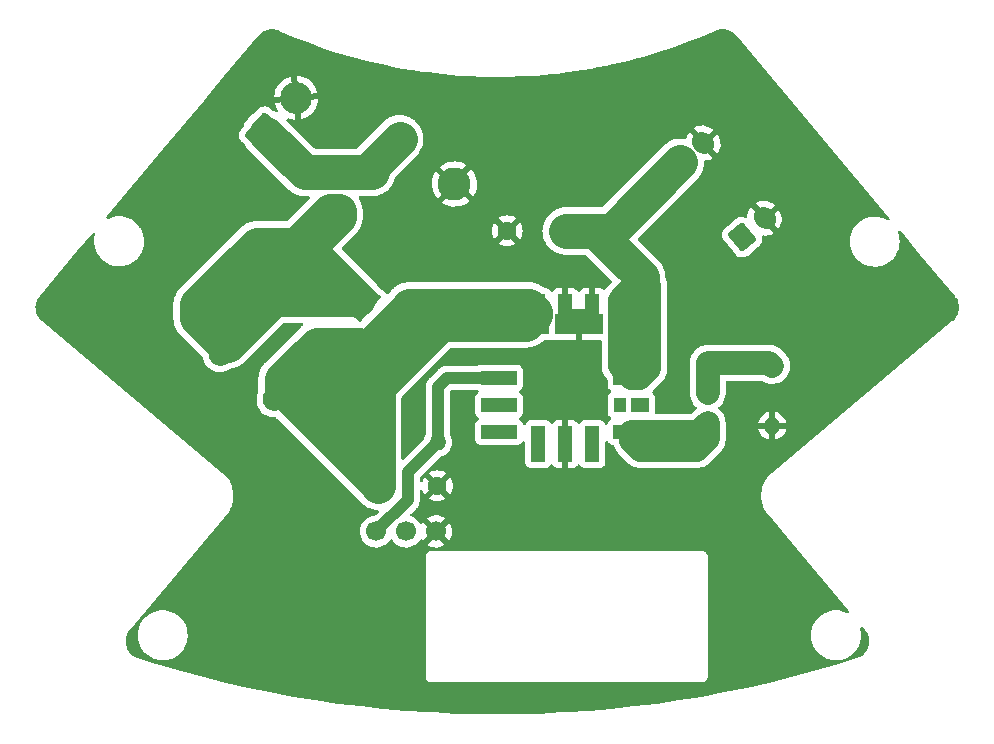
<source format=gbr>
%TF.GenerationSoftware,KiCad,Pcbnew,(6.0.11)*%
%TF.CreationDate,2023-10-13T17:04:58+09:00*%
%TF.ProjectId,power_supply_board,706f7765-725f-4737-9570-706c795f626f,rev?*%
%TF.SameCoordinates,Original*%
%TF.FileFunction,Copper,L1,Top*%
%TF.FilePolarity,Positive*%
%FSLAX46Y46*%
G04 Gerber Fmt 4.6, Leading zero omitted, Abs format (unit mm)*
G04 Created by KiCad (PCBNEW (6.0.11)) date 2023-10-13 17:04:58*
%MOMM*%
%LPD*%
G01*
G04 APERTURE LIST*
G04 Aperture macros list*
%AMRoundRect*
0 Rectangle with rounded corners*
0 $1 Rounding radius*
0 $2 $3 $4 $5 $6 $7 $8 $9 X,Y pos of 4 corners*
0 Add a 4 corners polygon primitive as box body*
4,1,4,$2,$3,$4,$5,$6,$7,$8,$9,$2,$3,0*
0 Add four circle primitives for the rounded corners*
1,1,$1+$1,$2,$3*
1,1,$1+$1,$4,$5*
1,1,$1+$1,$6,$7*
1,1,$1+$1,$8,$9*
0 Add four rect primitives between the rounded corners*
20,1,$1+$1,$2,$3,$4,$5,0*
20,1,$1+$1,$4,$5,$6,$7,0*
20,1,$1+$1,$6,$7,$8,$9,0*
20,1,$1+$1,$8,$9,$2,$3,0*%
%AMHorizOval*
0 Thick line with rounded ends*
0 $1 width*
0 $2 $3 position (X,Y) of the first rounded end (center of the circle)*
0 $4 $5 position (X,Y) of the second rounded end (center of the circle)*
0 Add line between two ends*
20,1,$1,$2,$3,$4,$5,0*
0 Add two circle primitives to create the rounded ends*
1,1,$1,$2,$3*
1,1,$1,$4,$5*%
%AMRotRect*
0 Rectangle, with rotation*
0 The origin of the aperture is its center*
0 $1 length*
0 $2 width*
0 $3 Rotation angle, in degrees counterclockwise*
0 Add horizontal line*
21,1,$1,$2,0,0,$3*%
%AMOutline4P*
0 Free polygon, 4 corners , with rotation*
0 The origin of the aperture is its center*
0 number of corners: always 4*
0 $1 to $8 corner X, Y*
0 $9 Rotation angle, in degrees counterclockwise*
0 create outline with 4 corners*
4,1,4,$1,$2,$3,$4,$5,$6,$7,$8,$1,$2,$9*%
G04 Aperture macros list end*
%TA.AperFunction,ComponentPad*%
%ADD10C,1.400000*%
%TD*%
%TA.AperFunction,ComponentPad*%
%ADD11O,1.400000X1.400000*%
%TD*%
%TA.AperFunction,ComponentPad*%
%ADD12HorizOval,2.000000X-0.642788X-0.766044X0.642788X0.766044X0*%
%TD*%
%TA.AperFunction,ComponentPad*%
%ADD13C,1.600000*%
%TD*%
%TA.AperFunction,ComponentPad*%
%ADD14RoundRect,0.250000X0.022464X-0.960206X0.941717X-0.188861X-0.022464X0.960206X-0.941717X0.188861X0*%
%TD*%
%TA.AperFunction,ComponentPad*%
%ADD15HorizOval,1.700000X-0.096418X0.114907X0.096418X-0.114907X0*%
%TD*%
%TA.AperFunction,ComponentPad*%
%ADD16HorizOval,1.500000X-0.459627X0.385673X0.459627X-0.385673X0*%
%TD*%
%TA.AperFunction,ComponentPad*%
%ADD17RotRect,2.800000X2.800000X50.000000*%
%TD*%
%TA.AperFunction,ComponentPad*%
%ADD18HorizOval,2.800000X0.000000X0.000000X0.000000X0.000000X0*%
%TD*%
%TA.AperFunction,SMDPad,CuDef*%
%ADD19Outline4P,-1.500000X-0.600000X1.500000X-0.600000X1.500000X0.600000X-1.500000X0.600000X0.000000*%
%TD*%
%TA.AperFunction,SMDPad,CuDef*%
%ADD20Outline4P,-2.035000X-0.885000X2.035000X-0.885000X2.035000X0.885000X-2.035000X0.885000X0.000000*%
%TD*%
%TA.AperFunction,SMDPad,CuDef*%
%ADD21Outline4P,-0.600000X-1.500000X0.600000X-1.500000X0.600000X1.500000X-0.600000X1.500000X0.000000*%
%TD*%
%TA.AperFunction,SMDPad,CuDef*%
%ADD22Outline4P,-0.885000X-2.035000X0.885000X-2.035000X0.885000X2.035000X-0.885000X2.035000X0.000000*%
%TD*%
%TA.AperFunction,SMDPad,CuDef*%
%ADD23Outline4P,-0.750000X-0.600000X0.750000X-0.600000X0.750000X0.600000X-0.750000X0.600000X0.000000*%
%TD*%
%TA.AperFunction,SMDPad,CuDef*%
%ADD24Outline4P,-0.500000X-0.600000X0.500000X-0.600000X0.500000X0.600000X-0.500000X0.600000X0.000000*%
%TD*%
%TA.AperFunction,ComponentPad*%
%ADD25C,1.700000*%
%TD*%
%TA.AperFunction,ComponentPad*%
%ADD26C,1.440000*%
%TD*%
%TA.AperFunction,ComponentPad*%
%ADD27RoundRect,0.250001X0.135582X-1.549714X1.549714X0.135582X-0.135582X1.549714X-1.549714X-0.135582X0*%
%TD*%
%TA.AperFunction,ComponentPad*%
%ADD28C,2.700000*%
%TD*%
%TA.AperFunction,ViaPad*%
%ADD29C,0.800000*%
%TD*%
%TA.AperFunction,Conductor*%
%ADD30C,3.000000*%
%TD*%
%TA.AperFunction,Conductor*%
%ADD31C,2.000000*%
%TD*%
%TA.AperFunction,Conductor*%
%ADD32C,1.000000*%
%TD*%
G04 APERTURE END LIST*
D10*
%TO.P,R1,1*%
%TO.N,+12V*%
X126238000Y-103124000D03*
D11*
%TO.P,R1,2*%
%TO.N,Net-(R1-Pad2)*%
X131318000Y-103124000D03*
%TD*%
D12*
%TO.P,SW2,1*%
%TO.N,Net-(D1-Pad1)*%
X113538000Y-94869000D03*
%TO.P,SW2,2*%
%TO.N,+12V*%
X118134267Y-98725726D03*
%TD*%
D13*
%TO.P,C1,1*%
%TO.N,+12V*%
X126278000Y-106807000D03*
%TO.P,C1,2*%
%TO.N,GND*%
X131278000Y-106807000D03*
%TD*%
D14*
%TO.P,J1,1,Pin_1*%
%TO.N,+5V*%
X151892000Y-79375000D03*
D15*
%TO.P,J1,2,Pin_2*%
%TO.N,GND*%
X153807111Y-77768031D03*
%TD*%
D16*
%TO.P,F1,1*%
%TO.N,Net-(D1-Pad1)*%
X122951008Y-83561996D03*
X120572693Y-86396361D03*
%TO.P,F1,2*%
%TO.N,Net-(BT1-Pad1)*%
X128093308Y-77433641D03*
X125714994Y-80268005D03*
%TD*%
D17*
%TO.P,D1,1,K*%
%TO.N,Net-(D1-Pad1)*%
X124569299Y-90970383D03*
D18*
%TO.P,D1,2,A*%
%TO.N,GND*%
X132732702Y-81241619D03*
%TD*%
D19*
%TO.P,U1,1,ON/OFF_CTRL*%
%TO.N,Net-(R1-Pad2)*%
X136513000Y-97663000D03*
%TO.P,U1,2,VIN*%
%TO.N,+12V*%
X136513000Y-93083000D03*
D20*
X138678000Y-93083000D03*
D21*
X139823000Y-92063000D03*
%TO.P,U1,3,GND*%
%TO.N,GND*%
X144403000Y-92063000D03*
X142113000Y-92063000D03*
D20*
X143258000Y-93083000D03*
D19*
%TO.P,U1,4,VOUT*%
%TO.N,+5V*%
X147713000Y-93083000D03*
D22*
X146713000Y-94228000D03*
D19*
%TO.P,U1,5,SENSE*%
X147713000Y-97663000D03*
%TO.P,U1,6,TRIM*%
%TO.N,Net-(RV1-Pad3)*%
X147713000Y-102243000D03*
D21*
%TO.P,U1,7,GND*%
%TO.N,GND*%
X142113000Y-103263000D03*
%TO.P,U1,8*%
%TO.N,N/C*%
X139823000Y-103263000D03*
D19*
%TO.P,U1,9*%
X136513000Y-102243000D03*
%TO.P,U1,10,PG_OUT*%
%TO.N,unconnected-(U1-Pad10)*%
X136513000Y-99953000D03*
D23*
%TO.P,U1,11*%
%TO.N,N/C*%
X148463000Y-99953000D03*
D21*
%TO.P,U1,12*%
X144403000Y-103263000D03*
D24*
%TO.P,U1,13*%
X146713000Y-99953000D03*
%TD*%
D14*
%TO.P,J2,1,Pin_1*%
%TO.N,+12V*%
X157073981Y-85745311D03*
D15*
%TO.P,J2,2,Pin_2*%
%TO.N,GND*%
X158989092Y-84138342D03*
%TD*%
D13*
%TO.P,C2,1*%
%TO.N,+5V*%
X142200000Y-85217000D03*
%TO.P,C2,2*%
%TO.N,GND*%
X137200000Y-85217000D03*
%TD*%
D25*
%TO.P,SW1,1*%
%TO.N,GND*%
X131191000Y-110663000D03*
%TO.P,SW1,2*%
%TO.N,Net-(R1-Pad2)*%
X126111000Y-110663000D03*
%TO.P,SW1,3*%
%TO.N,N/C*%
X128651000Y-110663000D03*
%TD*%
D10*
%TO.P,R2,1*%
%TO.N,Net-(R2-Pad1)*%
X159639000Y-96647000D03*
D11*
%TO.P,R2,2*%
%TO.N,GND*%
X159639000Y-101727000D03*
%TD*%
D26*
%TO.P,RV1,1,1*%
%TO.N,Net-(R2-Pad1)*%
X154178000Y-96383000D03*
%TO.P,RV1,2,2*%
X154178000Y-98923000D03*
%TO.P,RV1,3,3*%
%TO.N,Net-(RV1-Pad3)*%
X154178000Y-101463000D03*
%TD*%
D27*
%TO.P,BT1,1,+*%
%TO.N,Net-(BT1-Pad1)*%
X116796956Y-76982235D03*
D28*
%TO.P,BT1,2,-*%
%TO.N,GND*%
X119342395Y-73948699D03*
%TD*%
D29*
%TO.N,GND*%
X164084000Y-92456000D03*
X162179000Y-91059000D03*
X157734000Y-98552000D03*
X160020000Y-76200000D03*
X137668000Y-111760000D03*
X131318000Y-78689200D03*
X147320000Y-111760000D03*
X145034000Y-77470000D03*
X149606000Y-85852000D03*
X133604000Y-102616000D03*
X141986000Y-106172000D03*
X120243600Y-105968800D03*
X128778000Y-85598000D03*
X161798000Y-116078000D03*
X115824000Y-109982000D03*
X136347200Y-124866400D03*
X144322800Y-95351600D03*
X148437600Y-124460000D03*
X129082800Y-118719600D03*
X173278800Y-91948000D03*
X99568000Y-91389200D03*
X163576000Y-81026000D03*
X151384000Y-90424000D03*
X158242000Y-111506000D03*
X147726400Y-72491600D03*
X147066000Y-105410000D03*
X142240000Y-111760000D03*
X111607600Y-121615200D03*
X155448000Y-82677000D03*
X155448000Y-71374000D03*
X134061200Y-85293200D03*
X125476000Y-73660000D03*
X106172000Y-96774000D03*
X133756400Y-73050400D03*
X117398800Y-69596000D03*
X136906000Y-77724000D03*
X113995200Y-104089200D03*
X161950400Y-101092000D03*
X135636000Y-107442000D03*
X156718000Y-118110000D03*
X151384000Y-108458000D03*
X137668000Y-104648000D03*
X113842800Y-82956400D03*
X151130000Y-99568000D03*
X133350000Y-111760000D03*
X113538000Y-99060000D03*
X119126000Y-82804000D03*
X107340400Y-82092800D03*
X163576000Y-85852000D03*
X161239200Y-121970800D03*
X123952000Y-124002800D03*
X168148000Y-96520000D03*
X156311600Y-92710000D03*
X123799600Y-109474000D03*
X109778800Y-78790800D03*
X144780000Y-82296000D03*
X140716000Y-73101200D03*
X115062000Y-72898000D03*
%TO.N,+12V*%
X132519800Y-93083000D03*
X133604000Y-92964000D03*
X131605400Y-93083000D03*
X130733800Y-91567000D03*
X130771900Y-92544900D03*
X133477000Y-91567000D03*
X131648200Y-91313000D03*
X132562600Y-91313000D03*
%TD*%
D30*
%TO.N,Net-(BT1-Pad1)*%
X120082726Y-80268005D02*
X125714994Y-80268005D01*
X116796956Y-76982235D02*
X120082726Y-80268005D01*
X125714994Y-80268005D02*
X125714994Y-79811955D01*
X125714994Y-79811955D02*
X128093308Y-77433641D01*
%TO.N,+12V*%
X139027000Y-91567000D02*
X139523000Y-92063000D01*
X125192526Y-95372926D02*
X124663200Y-94843600D01*
X126238000Y-99568000D02*
X122682000Y-99568000D01*
X118134267Y-98725726D02*
X121839726Y-98725726D01*
X118196726Y-98725726D02*
X126238000Y-106767000D01*
X132519800Y-93083000D02*
X136513000Y-93083000D01*
X128905000Y-91567000D02*
X130733800Y-91567000D01*
X138678000Y-93083000D02*
X136513000Y-93083000D01*
X128905000Y-91660452D02*
X128905000Y-91567000D01*
X128151000Y-93083000D02*
X126238000Y-94996000D01*
X128592200Y-93083000D02*
X128151000Y-93083000D01*
X133477000Y-91567000D02*
X139027000Y-91567000D01*
X126238000Y-103124000D02*
X126238000Y-106767000D01*
X123566926Y-96998526D02*
X125192526Y-95372926D01*
X121056400Y-94843600D02*
X118134267Y-97765733D01*
X126238000Y-99517200D02*
X126238000Y-99568000D01*
X126238000Y-98450400D02*
X131605400Y-93083000D01*
X138678000Y-93083000D02*
X138803000Y-93083000D01*
X131605400Y-93083000D02*
X132519800Y-93083000D01*
X126238000Y-94327452D02*
X126238000Y-94996000D01*
X121839726Y-98725726D02*
X122326400Y-99212400D01*
X125192526Y-95372926D02*
X126335526Y-94229926D01*
X126085600Y-99517200D02*
X126238000Y-99517200D01*
X127482452Y-93083000D02*
X128905000Y-91660452D01*
X126238000Y-99568000D02*
X126238000Y-103124000D01*
X126238000Y-106767000D02*
X126278000Y-106807000D01*
X126238000Y-99517200D02*
X126238000Y-98450400D01*
X118134267Y-97765733D02*
X118134267Y-98725726D01*
X123566926Y-96998526D02*
X126085600Y-99517200D01*
X127482452Y-93083000D02*
X128592200Y-93083000D01*
X118134267Y-98725726D02*
X118196726Y-98725726D01*
X130733800Y-91567000D02*
X133477000Y-91567000D01*
X126335526Y-94229926D02*
X127482452Y-93083000D01*
X119307874Y-98725726D02*
X121666000Y-96367600D01*
X126335526Y-94229926D02*
X126238000Y-94327452D01*
X122326400Y-99212400D02*
X126238000Y-103124000D01*
X121839726Y-98725726D02*
X123566926Y-96998526D01*
X118134267Y-98725726D02*
X119307874Y-98725726D01*
X139523000Y-92363000D02*
X139523000Y-92063000D01*
X128592200Y-93083000D02*
X131605400Y-93083000D01*
X138803000Y-93083000D02*
X139523000Y-92363000D01*
X124663200Y-94843600D02*
X121056400Y-94843600D01*
X122682000Y-99568000D02*
X122326400Y-99212400D01*
X126238000Y-94996000D02*
X126238000Y-99517200D01*
%TO.N,+5V*%
X142200000Y-85217000D02*
X144653000Y-85217000D01*
D31*
X146713000Y-91031000D02*
X146713000Y-94228000D01*
X149225000Y-96901000D02*
X149225000Y-89789000D01*
D30*
X148590000Y-89154000D02*
X148590000Y-92206000D01*
D31*
X148463000Y-97663000D02*
X149225000Y-96901000D01*
D30*
X148590000Y-92206000D02*
X147713000Y-93083000D01*
D31*
X146713000Y-96663000D02*
X147713000Y-97663000D01*
D30*
X151853698Y-79413302D02*
X151853698Y-79407139D01*
X146050000Y-85217000D02*
X151853698Y-79413302D01*
D31*
X146713000Y-94228000D02*
X146713000Y-96663000D01*
X147713000Y-97663000D02*
X148463000Y-97663000D01*
X147713000Y-97663000D02*
X147713000Y-93083000D01*
D30*
X144653000Y-85217000D02*
X146050000Y-85217000D01*
X144653000Y-85217000D02*
X148590000Y-89154000D01*
D31*
X148590000Y-89154000D02*
X146713000Y-91031000D01*
X149225000Y-89789000D02*
X148590000Y-89154000D01*
D30*
%TO.N,Net-(D1-Pad1)*%
X124569299Y-90970383D02*
X117436617Y-90970383D01*
X122951008Y-84018046D02*
X120572693Y-86396361D01*
X120572693Y-86396361D02*
X120572693Y-87834307D01*
X122951008Y-83561996D02*
X122228804Y-83561996D01*
X113258600Y-94869000D02*
X113538000Y-94869000D01*
X122228804Y-83561996D02*
X113538000Y-92252800D01*
X120572693Y-87834307D02*
X113538000Y-94869000D01*
X110947200Y-91440000D02*
X110947200Y-92557600D01*
X110947200Y-92557600D02*
X113258600Y-94869000D01*
X115990839Y-86396361D02*
X110947200Y-91440000D01*
X120572693Y-86396361D02*
X120572693Y-86973777D01*
X117436617Y-90970383D02*
X113538000Y-94869000D01*
X120572693Y-86973777D02*
X124569299Y-90970383D01*
X122951008Y-83561996D02*
X122951008Y-84018046D01*
X113538000Y-92252800D02*
X113538000Y-94869000D01*
X120572693Y-86396361D02*
X115990839Y-86396361D01*
D32*
%TO.N,Net-(R1-Pad2)*%
X128778000Y-107996000D02*
X128778000Y-105664000D01*
X132080000Y-97663000D02*
X136513000Y-97663000D01*
X131318000Y-98425000D02*
X132080000Y-97663000D01*
X126111000Y-110663000D02*
X128778000Y-107996000D01*
X131318000Y-103124000D02*
X131318000Y-98425000D01*
X128778000Y-105664000D02*
X131318000Y-103124000D01*
D31*
%TO.N,Net-(R2-Pad1)*%
X154178000Y-96383000D02*
X159375000Y-96383000D01*
X154178000Y-96383000D02*
X154178000Y-98923000D01*
X159375000Y-96383000D02*
X159639000Y-96647000D01*
%TO.N,Net-(RV1-Pad3)*%
X153289000Y-103759000D02*
X148463000Y-103759000D01*
X147713000Y-102243000D02*
X153398000Y-102243000D01*
X154178000Y-101463000D02*
X154178000Y-102870000D01*
X147713000Y-103009000D02*
X147713000Y-102243000D01*
X148463000Y-103759000D02*
X147713000Y-103009000D01*
X153398000Y-102243000D02*
X154178000Y-101463000D01*
X154178000Y-102870000D02*
X153289000Y-103759000D01*
%TD*%
%TA.AperFunction,Conductor*%
%TO.N,GND*%
G36*
X155483339Y-68123121D02*
G01*
X155561404Y-68129691D01*
X155678407Y-68139539D01*
X155696248Y-68142339D01*
X155826899Y-68172583D01*
X155886973Y-68186490D01*
X155904236Y-68191816D01*
X156086675Y-68262786D01*
X156103000Y-68270526D01*
X156273417Y-68366860D01*
X156288468Y-68376856D01*
X156443361Y-68496579D01*
X156456826Y-68508625D01*
X156570300Y-68625821D01*
X156581659Y-68640573D01*
X156586607Y-68646627D01*
X156591249Y-68654317D01*
X156614690Y-68675861D01*
X156625993Y-68687695D01*
X169562694Y-84125443D01*
X169591116Y-84190501D01*
X169579852Y-84260598D01*
X169532480Y-84313479D01*
X169464038Y-84332353D01*
X169400284Y-84313803D01*
X169300868Y-84252881D01*
X169297211Y-84250640D01*
X169279117Y-84242697D01*
X169037899Y-84136810D01*
X169033967Y-84135084D01*
X169019413Y-84130938D01*
X168884222Y-84092428D01*
X168757475Y-84056323D01*
X168514745Y-84021778D01*
X168477105Y-84016421D01*
X168477103Y-84016421D01*
X168472853Y-84015816D01*
X168468564Y-84015794D01*
X168468557Y-84015793D01*
X168189652Y-84014332D01*
X168189645Y-84014332D01*
X168185366Y-84014310D01*
X168181122Y-84014869D01*
X168181118Y-84014869D01*
X168055729Y-84031377D01*
X167900335Y-84051835D01*
X167896195Y-84052968D01*
X167896193Y-84052968D01*
X167819380Y-84073982D01*
X167623033Y-84127696D01*
X167619085Y-84129380D01*
X167362545Y-84238804D01*
X167362541Y-84238806D01*
X167358593Y-84240490D01*
X167327762Y-84258942D01*
X167115590Y-84385924D01*
X167115586Y-84385927D01*
X167111908Y-84388128D01*
X166887541Y-84567880D01*
X166827965Y-84630660D01*
X166692663Y-84773239D01*
X166689646Y-84776418D01*
X166558258Y-84959263D01*
X166536048Y-84990172D01*
X166521883Y-85009884D01*
X166519874Y-85013679D01*
X166519873Y-85013680D01*
X166506972Y-85038046D01*
X166387357Y-85263959D01*
X166288558Y-85533940D01*
X166227314Y-85814831D01*
X166215335Y-85967046D01*
X166205265Y-86094995D01*
X166205264Y-86094995D01*
X166205265Y-86094997D01*
X166204758Y-86101436D01*
X166205005Y-86105720D01*
X166205005Y-86105721D01*
X166207388Y-86147051D01*
X166221307Y-86388450D01*
X166222132Y-86392655D01*
X166222133Y-86392663D01*
X166244884Y-86508625D01*
X166276655Y-86670562D01*
X166278042Y-86674612D01*
X166278043Y-86674617D01*
X166368282Y-86938181D01*
X166369779Y-86942553D01*
X166396022Y-86994731D01*
X166492733Y-87187019D01*
X166498954Y-87199389D01*
X166661790Y-87436317D01*
X166855275Y-87648955D01*
X166858570Y-87651710D01*
X166858571Y-87651711D01*
X167035594Y-87799724D01*
X167075828Y-87833365D01*
X167319367Y-87986138D01*
X167581387Y-88104444D01*
X167585506Y-88105664D01*
X167852926Y-88184878D01*
X167852931Y-88184879D01*
X167857039Y-88186096D01*
X167861273Y-88186744D01*
X167861278Y-88186745D01*
X168109880Y-88224786D01*
X168141222Y-88229582D01*
X168287554Y-88231881D01*
X168424386Y-88234031D01*
X168424392Y-88234031D01*
X168428677Y-88234098D01*
X168432929Y-88233583D01*
X168432937Y-88233583D01*
X168709825Y-88200075D01*
X168709830Y-88200074D01*
X168714086Y-88199559D01*
X168893636Y-88152455D01*
X168988023Y-88127693D01*
X168988024Y-88127693D01*
X168992166Y-88126606D01*
X169257773Y-88016588D01*
X169505991Y-87871541D01*
X169732228Y-87694149D01*
X169762260Y-87663159D01*
X169929313Y-87490773D01*
X169932296Y-87487695D01*
X169934829Y-87484247D01*
X169934833Y-87484242D01*
X170099956Y-87259453D01*
X170102494Y-87255998D01*
X170108193Y-87245502D01*
X170237623Y-87007122D01*
X170237624Y-87007120D01*
X170239673Y-87003346D01*
X170341294Y-86734415D01*
X170405476Y-86454180D01*
X170408479Y-86420539D01*
X170430812Y-86170293D01*
X170430812Y-86170291D01*
X170431032Y-86167827D01*
X170431496Y-86123567D01*
X170429548Y-86094995D01*
X170412234Y-85841019D01*
X170412233Y-85841013D01*
X170411942Y-85836742D01*
X170407405Y-85814831D01*
X170354512Y-85559422D01*
X170353643Y-85555225D01*
X170288665Y-85371734D01*
X170284781Y-85300845D01*
X170319839Y-85239108D01*
X170382709Y-85206125D01*
X170453431Y-85212369D01*
X170504012Y-85248747D01*
X172188967Y-87259453D01*
X175083377Y-90713438D01*
X175094675Y-90729256D01*
X175107066Y-90749788D01*
X175113676Y-90755864D01*
X175113677Y-90755865D01*
X175118390Y-90760197D01*
X175135224Y-90779127D01*
X175234446Y-90916337D01*
X175243907Y-90931606D01*
X175334395Y-91104005D01*
X175341590Y-91120471D01*
X175349213Y-91141978D01*
X175406623Y-91303958D01*
X175406629Y-91303976D01*
X175411409Y-91321299D01*
X175449682Y-91512191D01*
X175451950Y-91530017D01*
X175462679Y-91724425D01*
X175462387Y-91742388D01*
X175450009Y-91883314D01*
X175445352Y-91936340D01*
X175442507Y-91954084D01*
X175398053Y-92143645D01*
X175392719Y-92160784D01*
X175339402Y-92296998D01*
X175321750Y-92342096D01*
X175314024Y-92358319D01*
X175217985Y-92527690D01*
X175208032Y-92542645D01*
X175088872Y-92696636D01*
X175076910Y-92710003D01*
X174960188Y-92823070D01*
X174946720Y-92833449D01*
X174946727Y-92833458D01*
X174939782Y-92839142D01*
X174932098Y-92843786D01*
X174926028Y-92850398D01*
X174926026Y-92850400D01*
X174910563Y-92867245D01*
X174898733Y-92878559D01*
X159649522Y-105674167D01*
X159632388Y-105686265D01*
X159615082Y-105696439D01*
X159605368Y-105704390D01*
X159602117Y-105708020D01*
X159600142Y-105709909D01*
X159596563Y-105713591D01*
X159385500Y-105913619D01*
X159383075Y-105916549D01*
X159383073Y-105916551D01*
X159237321Y-106092644D01*
X159192000Y-106147399D01*
X159028090Y-106402798D01*
X159026435Y-106406227D01*
X159026433Y-106406230D01*
X158915750Y-106635509D01*
X158896159Y-106676092D01*
X158798131Y-106963296D01*
X158797345Y-106967016D01*
X158797345Y-106967018D01*
X158736221Y-107256506D01*
X158735436Y-107260222D01*
X158735106Y-107263999D01*
X158735105Y-107264003D01*
X158723703Y-107394345D01*
X158708989Y-107562539D01*
X158719174Y-107865841D01*
X158719760Y-107869603D01*
X158719760Y-107869608D01*
X158765258Y-108161942D01*
X158765843Y-108165703D01*
X158848316Y-108457754D01*
X158849785Y-108461267D01*
X158849788Y-108461275D01*
X158888689Y-108554306D01*
X158965389Y-108737734D01*
X158967264Y-108741032D01*
X158967269Y-108741042D01*
X159113478Y-108998257D01*
X159115357Y-109001562D01*
X159277634Y-109220561D01*
X159285015Y-109231717D01*
X159287587Y-109236091D01*
X159295538Y-109245805D01*
X159316333Y-109264431D01*
X159328783Y-109277290D01*
X160488718Y-110659646D01*
X166097893Y-117344400D01*
X166126356Y-117409438D01*
X166115139Y-117479543D01*
X166067800Y-117532454D01*
X165999371Y-117551373D01*
X165950727Y-117540763D01*
X165755694Y-117455150D01*
X165729759Y-117447762D01*
X165483330Y-117377565D01*
X165483331Y-117377565D01*
X165479202Y-117376389D01*
X165254418Y-117344398D01*
X165198832Y-117336487D01*
X165198830Y-117336487D01*
X165194580Y-117335882D01*
X165190291Y-117335860D01*
X165190284Y-117335859D01*
X164911379Y-117334398D01*
X164911372Y-117334398D01*
X164907093Y-117334376D01*
X164902849Y-117334935D01*
X164902845Y-117334935D01*
X164777456Y-117351443D01*
X164622062Y-117371901D01*
X164617922Y-117373034D01*
X164617920Y-117373034D01*
X164541107Y-117394048D01*
X164344760Y-117447762D01*
X164340812Y-117449446D01*
X164084272Y-117558870D01*
X164084268Y-117558872D01*
X164080320Y-117560556D01*
X163955756Y-117635106D01*
X163837317Y-117705990D01*
X163837313Y-117705993D01*
X163833635Y-117708194D01*
X163609268Y-117887946D01*
X163411373Y-118096484D01*
X163274783Y-118286569D01*
X163246844Y-118325450D01*
X163243610Y-118329950D01*
X163241601Y-118333745D01*
X163241600Y-118333746D01*
X163226480Y-118362303D01*
X163109084Y-118584025D01*
X163010285Y-118854006D01*
X162949041Y-119134897D01*
X162948705Y-119139167D01*
X162926992Y-119415061D01*
X162926991Y-119415061D01*
X162926992Y-119415063D01*
X162926485Y-119421502D01*
X162943034Y-119708516D01*
X162943859Y-119712721D01*
X162943860Y-119712729D01*
X162963730Y-119814007D01*
X162998382Y-119990628D01*
X162999769Y-119994678D01*
X162999770Y-119994683D01*
X163090117Y-120258563D01*
X163091506Y-120262619D01*
X163099959Y-120279426D01*
X163208149Y-120494537D01*
X163220681Y-120519455D01*
X163383517Y-120756383D01*
X163577002Y-120969021D01*
X163580297Y-120971776D01*
X163580298Y-120971777D01*
X163674026Y-121050145D01*
X163797555Y-121153431D01*
X164041094Y-121306204D01*
X164303114Y-121424510D01*
X164307233Y-121425730D01*
X164574653Y-121504944D01*
X164574658Y-121504945D01*
X164578766Y-121506162D01*
X164583000Y-121506810D01*
X164583005Y-121506811D01*
X164831607Y-121544852D01*
X164862949Y-121549648D01*
X165009281Y-121551947D01*
X165146113Y-121554097D01*
X165146119Y-121554097D01*
X165150404Y-121554164D01*
X165154656Y-121553649D01*
X165154664Y-121553649D01*
X165431552Y-121520141D01*
X165431557Y-121520140D01*
X165435813Y-121519625D01*
X165713893Y-121446672D01*
X165979500Y-121336654D01*
X166227718Y-121191607D01*
X166453955Y-121014215D01*
X166495081Y-120971777D01*
X166651040Y-120810839D01*
X166654023Y-120807761D01*
X166656556Y-120804313D01*
X166656560Y-120804308D01*
X166821683Y-120579519D01*
X166824221Y-120576064D01*
X166878118Y-120476798D01*
X166959350Y-120327188D01*
X166959351Y-120327186D01*
X166961400Y-120323412D01*
X167063021Y-120054481D01*
X167127203Y-119774246D01*
X167141471Y-119614381D01*
X167152539Y-119490359D01*
X167152539Y-119490357D01*
X167152759Y-119487893D01*
X167153223Y-119443633D01*
X167135370Y-119181758D01*
X167133961Y-119161085D01*
X167133960Y-119161079D01*
X167133669Y-119156808D01*
X167129132Y-119134897D01*
X167098118Y-118985136D01*
X167076094Y-118878787D01*
X167081866Y-118808027D01*
X167124979Y-118751619D01*
X167191744Y-118727474D01*
X167260964Y-118743259D01*
X167295998Y-118772246D01*
X167461365Y-118969323D01*
X167472670Y-118985128D01*
X167485085Y-119005668D01*
X167491699Y-119011739D01*
X167491702Y-119011743D01*
X167495927Y-119015621D01*
X167513060Y-119034940D01*
X167618468Y-119181707D01*
X167628337Y-119197895D01*
X167721775Y-119380832D01*
X167729105Y-119398317D01*
X167794038Y-119593207D01*
X167798660Y-119611593D01*
X167806921Y-119659428D01*
X167832575Y-119807983D01*
X167833615Y-119814007D01*
X167835427Y-119832880D01*
X167839616Y-120038262D01*
X167838575Y-120057192D01*
X167811902Y-120260867D01*
X167808033Y-120279426D01*
X167751102Y-120476798D01*
X167744493Y-120494565D01*
X167658611Y-120681119D01*
X167658591Y-120681162D01*
X167649391Y-120697735D01*
X167536464Y-120869333D01*
X167524880Y-120884341D01*
X167448692Y-120969021D01*
X167387489Y-121037046D01*
X167373785Y-121050145D01*
X167215028Y-121180516D01*
X167199518Y-121191408D01*
X167022992Y-121296486D01*
X167006042Y-121304919D01*
X166845562Y-121370193D01*
X166829895Y-121374553D01*
X166820889Y-121377439D01*
X166811315Y-121378950D01*
X166811309Y-121378953D01*
X166811302Y-121378954D01*
X166802769Y-121382982D01*
X166802766Y-121382983D01*
X166785190Y-121391280D01*
X166768792Y-121397662D01*
X165581009Y-121766731D01*
X164961465Y-121959236D01*
X164959119Y-121959940D01*
X163104000Y-122497059D01*
X163101700Y-122497701D01*
X161236505Y-122998660D01*
X161234225Y-122999250D01*
X159359539Y-123463891D01*
X159357244Y-123464437D01*
X157473948Y-123892540D01*
X157471555Y-123893059D01*
X155580389Y-124284461D01*
X155577986Y-124284934D01*
X153679538Y-124639512D01*
X153677127Y-124639938D01*
X151772190Y-124957545D01*
X151769770Y-124957925D01*
X149858942Y-125238462D01*
X149856516Y-125238794D01*
X147940647Y-125482133D01*
X147938215Y-125482418D01*
X146017928Y-125688482D01*
X146015490Y-125688719D01*
X144091679Y-125857413D01*
X144089238Y-125857604D01*
X142162353Y-125988887D01*
X142159908Y-125989029D01*
X140454139Y-126071979D01*
X140230940Y-126082833D01*
X140228501Y-126082928D01*
X138298044Y-126139226D01*
X138295657Y-126139272D01*
X136864841Y-126153178D01*
X136364425Y-126158041D01*
X136361977Y-126158041D01*
X135861561Y-126153178D01*
X134430745Y-126139272D01*
X134428358Y-126139226D01*
X132497901Y-126082928D01*
X132495462Y-126082833D01*
X132272263Y-126071979D01*
X130566494Y-125989029D01*
X130564049Y-125988887D01*
X128637164Y-125857604D01*
X128634723Y-125857413D01*
X126710912Y-125688719D01*
X126708474Y-125688482D01*
X124788187Y-125482418D01*
X124785755Y-125482133D01*
X122869886Y-125238794D01*
X122867460Y-125238462D01*
X120956632Y-124957925D01*
X120954212Y-124957545D01*
X119049275Y-124639938D01*
X119046864Y-124639512D01*
X117148416Y-124284934D01*
X117146013Y-124284461D01*
X115254847Y-123893059D01*
X115252454Y-123892540D01*
X113369158Y-123464437D01*
X113366863Y-123463891D01*
X111518286Y-123005721D01*
X130301024Y-123005721D01*
X130303491Y-123014352D01*
X130309150Y-123034153D01*
X130312728Y-123050915D01*
X130316920Y-123080187D01*
X130320634Y-123088355D01*
X130320634Y-123088356D01*
X130327548Y-123103562D01*
X130333996Y-123121086D01*
X130341051Y-123145771D01*
X130345843Y-123153365D01*
X130345844Y-123153368D01*
X130356830Y-123170780D01*
X130364969Y-123185863D01*
X130377208Y-123212782D01*
X130383069Y-123219584D01*
X130393970Y-123232235D01*
X130405073Y-123247239D01*
X130418776Y-123268958D01*
X130425501Y-123274897D01*
X130425504Y-123274901D01*
X130440938Y-123288532D01*
X130452982Y-123300724D01*
X130466427Y-123316327D01*
X130466430Y-123316329D01*
X130472287Y-123323127D01*
X130479816Y-123328007D01*
X130479817Y-123328008D01*
X130493835Y-123337094D01*
X130508709Y-123348385D01*
X130521217Y-123359431D01*
X130527951Y-123365378D01*
X130554711Y-123377942D01*
X130569691Y-123386263D01*
X130586983Y-123397471D01*
X130586988Y-123397473D01*
X130594515Y-123402352D01*
X130603108Y-123404922D01*
X130603113Y-123404924D01*
X130619120Y-123409711D01*
X130636564Y-123416372D01*
X130651676Y-123423467D01*
X130651678Y-123423468D01*
X130659800Y-123427281D01*
X130668667Y-123428662D01*
X130668668Y-123428662D01*
X130671353Y-123429080D01*
X130689017Y-123431830D01*
X130705732Y-123435613D01*
X130725466Y-123441515D01*
X130725472Y-123441516D01*
X130734066Y-123444086D01*
X130743037Y-123444141D01*
X130743038Y-123444141D01*
X130753097Y-123444202D01*
X130768506Y-123444296D01*
X130769289Y-123444329D01*
X130770386Y-123444500D01*
X130801377Y-123444500D01*
X130802147Y-123444502D01*
X130875785Y-123444952D01*
X130875786Y-123444952D01*
X130879721Y-123444976D01*
X130881065Y-123444592D01*
X130882410Y-123444500D01*
X153661377Y-123444500D01*
X153662148Y-123444502D01*
X153739721Y-123444976D01*
X153768152Y-123436850D01*
X153784915Y-123433272D01*
X153785753Y-123433152D01*
X153814187Y-123429080D01*
X153837564Y-123418451D01*
X153855087Y-123412004D01*
X153879771Y-123404949D01*
X153887365Y-123400157D01*
X153887368Y-123400156D01*
X153904780Y-123389170D01*
X153919865Y-123381030D01*
X153946782Y-123368792D01*
X153966235Y-123352030D01*
X153981239Y-123340927D01*
X154002958Y-123327224D01*
X154008897Y-123320499D01*
X154008901Y-123320496D01*
X154022532Y-123305062D01*
X154034724Y-123293018D01*
X154050327Y-123279573D01*
X154050329Y-123279570D01*
X154057127Y-123273713D01*
X154071094Y-123252165D01*
X154082385Y-123237291D01*
X154093431Y-123224783D01*
X154093432Y-123224782D01*
X154099378Y-123218049D01*
X154111943Y-123191287D01*
X154120263Y-123176309D01*
X154131471Y-123159017D01*
X154131473Y-123159012D01*
X154136352Y-123151485D01*
X154138922Y-123142892D01*
X154138924Y-123142887D01*
X154143711Y-123126880D01*
X154150372Y-123109436D01*
X154157467Y-123094324D01*
X154157468Y-123094322D01*
X154161281Y-123086200D01*
X154165830Y-123056983D01*
X154169613Y-123040268D01*
X154175515Y-123020534D01*
X154175516Y-123020528D01*
X154178086Y-123011934D01*
X154178164Y-122999261D01*
X154178296Y-122977503D01*
X154178329Y-122976711D01*
X154178500Y-122975614D01*
X154178500Y-122944623D01*
X154178502Y-122943853D01*
X154178952Y-122870215D01*
X154178952Y-122870214D01*
X154178976Y-122866279D01*
X154178592Y-122864935D01*
X154178500Y-122863590D01*
X154178500Y-112835423D01*
X154178502Y-112834653D01*
X154178800Y-112785902D01*
X154178976Y-112757079D01*
X154170850Y-112728647D01*
X154167272Y-112711885D01*
X154164352Y-112691498D01*
X154163080Y-112682613D01*
X154152451Y-112659236D01*
X154146004Y-112641713D01*
X154141416Y-112625662D01*
X154138949Y-112617029D01*
X154134156Y-112609432D01*
X154123170Y-112592020D01*
X154115030Y-112576935D01*
X154112564Y-112571511D01*
X154102792Y-112550018D01*
X154086030Y-112530565D01*
X154074927Y-112515561D01*
X154061224Y-112493842D01*
X154054499Y-112487903D01*
X154054496Y-112487899D01*
X154039062Y-112474268D01*
X154027018Y-112462076D01*
X154013573Y-112446473D01*
X154013570Y-112446471D01*
X154007713Y-112439673D01*
X153994009Y-112430790D01*
X153986165Y-112425706D01*
X153971291Y-112414415D01*
X153958783Y-112403369D01*
X153958782Y-112403368D01*
X153952049Y-112397422D01*
X153925287Y-112384857D01*
X153910309Y-112376537D01*
X153893017Y-112365329D01*
X153893012Y-112365327D01*
X153885485Y-112360448D01*
X153876892Y-112357878D01*
X153876887Y-112357876D01*
X153860880Y-112353089D01*
X153843436Y-112346428D01*
X153828324Y-112339333D01*
X153828322Y-112339332D01*
X153820200Y-112335519D01*
X153811333Y-112334138D01*
X153811332Y-112334138D01*
X153800478Y-112332448D01*
X153790983Y-112330970D01*
X153774268Y-112327187D01*
X153754534Y-112321285D01*
X153754528Y-112321284D01*
X153745934Y-112318714D01*
X153736963Y-112318659D01*
X153736962Y-112318659D01*
X153726903Y-112318598D01*
X153711494Y-112318504D01*
X153710711Y-112318471D01*
X153709614Y-112318300D01*
X153678623Y-112318300D01*
X153677853Y-112318298D01*
X153604215Y-112317848D01*
X153604214Y-112317848D01*
X153600279Y-112317824D01*
X153598935Y-112318208D01*
X153597590Y-112318300D01*
X130818623Y-112318300D01*
X130817853Y-112318298D01*
X130817037Y-112318293D01*
X130740279Y-112317824D01*
X130717918Y-112324215D01*
X130711847Y-112325950D01*
X130695085Y-112329528D01*
X130665813Y-112333720D01*
X130657645Y-112337434D01*
X130657644Y-112337434D01*
X130642438Y-112344348D01*
X130624914Y-112350796D01*
X130600229Y-112357851D01*
X130592635Y-112362643D01*
X130592632Y-112362644D01*
X130575220Y-112373630D01*
X130560137Y-112381769D01*
X130533218Y-112394008D01*
X130526416Y-112399869D01*
X130513765Y-112410770D01*
X130498761Y-112421873D01*
X130477042Y-112435576D01*
X130471103Y-112442301D01*
X130471099Y-112442304D01*
X130457468Y-112457738D01*
X130445276Y-112469782D01*
X130429673Y-112483227D01*
X130429671Y-112483230D01*
X130422873Y-112489087D01*
X130417993Y-112496616D01*
X130417992Y-112496617D01*
X130408906Y-112510635D01*
X130397615Y-112525509D01*
X130386569Y-112538017D01*
X130380622Y-112544751D01*
X130374312Y-112558191D01*
X130368058Y-112571511D01*
X130359737Y-112586491D01*
X130348529Y-112603783D01*
X130348527Y-112603788D01*
X130343648Y-112611315D01*
X130341078Y-112619908D01*
X130341076Y-112619913D01*
X130336289Y-112635920D01*
X130329628Y-112653364D01*
X130322533Y-112668476D01*
X130318719Y-112676600D01*
X130317338Y-112685467D01*
X130317338Y-112685468D01*
X130314170Y-112705815D01*
X130310387Y-112722532D01*
X130304485Y-112742266D01*
X130304484Y-112742272D01*
X130301914Y-112750866D01*
X130301859Y-112759837D01*
X130301859Y-112759838D01*
X130301704Y-112785297D01*
X130301671Y-112786089D01*
X130301500Y-112787186D01*
X130301500Y-112818177D01*
X130301498Y-112818947D01*
X130301024Y-112896521D01*
X130301408Y-112897865D01*
X130301500Y-112899210D01*
X130301500Y-122927377D01*
X130301498Y-122928147D01*
X130301024Y-123005721D01*
X111518286Y-123005721D01*
X111492177Y-122999250D01*
X111489897Y-122998660D01*
X109624702Y-122497701D01*
X109622402Y-122497059D01*
X107767283Y-121959940D01*
X107764937Y-121959236D01*
X107145596Y-121766794D01*
X105964983Y-121399953D01*
X105945819Y-121392223D01*
X105927049Y-121382795D01*
X105927043Y-121382794D01*
X105927037Y-121382791D01*
X105918266Y-121381186D01*
X105918262Y-121381185D01*
X105912570Y-121380144D01*
X105887775Y-121372917D01*
X105720405Y-121304841D01*
X105703439Y-121296400D01*
X105526933Y-121191335D01*
X105511426Y-121180445D01*
X105352676Y-121050081D01*
X105338980Y-121036990D01*
X105201642Y-120884342D01*
X105201592Y-120884286D01*
X105190008Y-120869279D01*
X105149523Y-120807761D01*
X105077084Y-120697687D01*
X105067888Y-120681119D01*
X105021116Y-120579519D01*
X104981992Y-120494535D01*
X104975383Y-120476768D01*
X104918455Y-120279409D01*
X104914586Y-120260849D01*
X104887915Y-120057187D01*
X104886874Y-120038257D01*
X104891062Y-119832890D01*
X104892874Y-119814017D01*
X104927828Y-119611613D01*
X104932450Y-119593227D01*
X104989665Y-119421502D01*
X105920724Y-119421502D01*
X105937273Y-119708516D01*
X105938098Y-119712721D01*
X105938099Y-119712729D01*
X105957969Y-119814007D01*
X105992621Y-119990628D01*
X105994008Y-119994678D01*
X105994009Y-119994683D01*
X106084356Y-120258563D01*
X106085745Y-120262619D01*
X106094198Y-120279426D01*
X106202388Y-120494537D01*
X106214920Y-120519455D01*
X106377756Y-120756383D01*
X106571241Y-120969021D01*
X106574536Y-120971776D01*
X106574537Y-120971777D01*
X106668265Y-121050145D01*
X106791794Y-121153431D01*
X107035333Y-121306204D01*
X107297353Y-121424510D01*
X107301472Y-121425730D01*
X107568892Y-121504944D01*
X107568897Y-121504945D01*
X107573005Y-121506162D01*
X107577239Y-121506810D01*
X107577244Y-121506811D01*
X107825846Y-121544852D01*
X107857188Y-121549648D01*
X108003520Y-121551947D01*
X108140352Y-121554097D01*
X108140358Y-121554097D01*
X108144643Y-121554164D01*
X108148895Y-121553649D01*
X108148903Y-121553649D01*
X108425791Y-121520141D01*
X108425796Y-121520140D01*
X108430052Y-121519625D01*
X108708132Y-121446672D01*
X108973739Y-121336654D01*
X109221957Y-121191607D01*
X109448194Y-121014215D01*
X109489320Y-120971777D01*
X109645279Y-120810839D01*
X109648262Y-120807761D01*
X109650795Y-120804313D01*
X109650799Y-120804308D01*
X109815922Y-120579519D01*
X109818460Y-120576064D01*
X109872357Y-120476798D01*
X109953589Y-120327188D01*
X109953590Y-120327186D01*
X109955639Y-120323412D01*
X110057260Y-120054481D01*
X110121442Y-119774246D01*
X110135710Y-119614381D01*
X110146778Y-119490359D01*
X110146778Y-119490357D01*
X110146998Y-119487893D01*
X110147462Y-119443633D01*
X110129609Y-119181758D01*
X110128200Y-119161085D01*
X110128199Y-119161079D01*
X110127908Y-119156808D01*
X110123371Y-119134897D01*
X110070478Y-118879488D01*
X110069609Y-118875291D01*
X109973642Y-118604290D01*
X109841785Y-118348821D01*
X109835967Y-118340542D01*
X109678939Y-118117115D01*
X109676476Y-118113610D01*
X109480775Y-117903011D01*
X109258303Y-117720920D01*
X109013177Y-117570706D01*
X108995083Y-117562763D01*
X108753865Y-117456876D01*
X108749933Y-117455150D01*
X108723998Y-117447762D01*
X108477569Y-117377565D01*
X108477570Y-117377565D01*
X108473441Y-117376389D01*
X108248657Y-117344398D01*
X108193071Y-117336487D01*
X108193069Y-117336487D01*
X108188819Y-117335882D01*
X108184530Y-117335860D01*
X108184523Y-117335859D01*
X107905618Y-117334398D01*
X107905611Y-117334398D01*
X107901332Y-117334376D01*
X107897088Y-117334935D01*
X107897084Y-117334935D01*
X107771695Y-117351443D01*
X107616301Y-117371901D01*
X107612161Y-117373034D01*
X107612159Y-117373034D01*
X107535346Y-117394048D01*
X107338999Y-117447762D01*
X107335051Y-117449446D01*
X107078511Y-117558870D01*
X107078507Y-117558872D01*
X107074559Y-117560556D01*
X106949995Y-117635106D01*
X106831556Y-117705990D01*
X106831552Y-117705993D01*
X106827874Y-117708194D01*
X106603507Y-117887946D01*
X106405612Y-118096484D01*
X106269022Y-118286569D01*
X106241083Y-118325450D01*
X106237849Y-118329950D01*
X106235840Y-118333745D01*
X106235839Y-118333746D01*
X106220719Y-118362303D01*
X106103323Y-118584025D01*
X106004524Y-118854006D01*
X105943280Y-119134897D01*
X105942944Y-119139167D01*
X105921231Y-119415061D01*
X105921230Y-119415061D01*
X105921231Y-119415063D01*
X105920724Y-119421502D01*
X104989665Y-119421502D01*
X104997380Y-119398346D01*
X105004706Y-119380869D01*
X105098143Y-119197933D01*
X105108006Y-119181758D01*
X105209511Y-119040426D01*
X105220731Y-119028080D01*
X105220634Y-119027997D01*
X105226486Y-119021194D01*
X105233248Y-119015284D01*
X105250379Y-118988446D01*
X105260058Y-118975258D01*
X113199802Y-109513039D01*
X113392634Y-109283231D01*
X113407403Y-109268345D01*
X113422679Y-109255321D01*
X113430864Y-109245804D01*
X113433431Y-109241672D01*
X113434673Y-109239980D01*
X113438238Y-109234735D01*
X113608761Y-109004607D01*
X113608763Y-109004605D01*
X113611026Y-109001550D01*
X113718349Y-108812744D01*
X113759112Y-108741032D01*
X113759114Y-108741027D01*
X113760992Y-108737724D01*
X113869906Y-108477258D01*
X113876593Y-108461267D01*
X113876595Y-108461263D01*
X113878065Y-108457746D01*
X113960537Y-108165698D01*
X113967725Y-108119517D01*
X114006620Y-107869605D01*
X114006620Y-107869603D01*
X114007206Y-107865839D01*
X114017390Y-107562540D01*
X113990943Y-107260225D01*
X113928249Y-106963302D01*
X113927017Y-106959692D01*
X113927016Y-106959689D01*
X113875912Y-106809965D01*
X113830222Y-106676101D01*
X113746427Y-106502520D01*
X113699950Y-106406242D01*
X113699948Y-106406239D01*
X113698293Y-106402810D01*
X113534384Y-106147413D01*
X113490828Y-106094789D01*
X113343313Y-105916567D01*
X113343311Y-105916565D01*
X113340886Y-105913635D01*
X113338109Y-105911003D01*
X113143050Y-105726140D01*
X113133852Y-105716446D01*
X113133714Y-105716285D01*
X113133709Y-105716280D01*
X113130551Y-105712576D01*
X113121034Y-105704390D01*
X113116901Y-105701822D01*
X113097321Y-105689657D01*
X113082824Y-105679153D01*
X97834594Y-92884370D01*
X97820707Y-92870758D01*
X97810832Y-92859457D01*
X97810829Y-92859455D01*
X97804925Y-92852698D01*
X97797363Y-92847871D01*
X97797358Y-92847867D01*
X97791953Y-92844417D01*
X97772076Y-92828707D01*
X97650409Y-92710839D01*
X97638422Y-92697441D01*
X97557420Y-92592738D01*
X108934102Y-92592738D01*
X108934485Y-92597115D01*
X108934485Y-92597119D01*
X108944721Y-92714114D01*
X108944893Y-92716307D01*
X108952773Y-92829000D01*
X108953389Y-92837812D01*
X108954302Y-92842107D01*
X108955446Y-92847487D01*
X108957719Y-92862700D01*
X108958198Y-92868175D01*
X108958200Y-92868188D01*
X108958583Y-92872566D01*
X108959571Y-92876845D01*
X108959572Y-92876852D01*
X108985993Y-92991295D01*
X108986468Y-92993440D01*
X109005833Y-93084539D01*
X109011791Y-93112570D01*
X109013295Y-93116702D01*
X109015178Y-93121875D01*
X109019545Y-93136619D01*
X109021772Y-93146263D01*
X109023350Y-93150375D01*
X109023351Y-93150377D01*
X109065420Y-93259971D01*
X109066190Y-93262031D01*
X109106354Y-93372382D01*
X109106358Y-93372391D01*
X109107863Y-93376526D01*
X109109930Y-93380413D01*
X109112508Y-93385262D01*
X109118883Y-93399252D01*
X109120854Y-93404386D01*
X109120859Y-93404398D01*
X109122435Y-93408502D01*
X109181536Y-93515121D01*
X109182548Y-93516988D01*
X109237670Y-93620658D01*
X109237676Y-93620667D01*
X109239736Y-93624542D01*
X109242321Y-93628099D01*
X109242324Y-93628105D01*
X109245555Y-93632553D01*
X109253820Y-93645526D01*
X109258617Y-93654179D01*
X109331901Y-93751431D01*
X109333199Y-93753185D01*
X109404842Y-93851792D01*
X109410598Y-93857753D01*
X109411725Y-93858920D01*
X109421710Y-93870612D01*
X109425012Y-93874993D01*
X109427664Y-93878512D01*
X109513740Y-93964588D01*
X109515282Y-93966156D01*
X109599969Y-94053852D01*
X109607730Y-94059915D01*
X109607778Y-94059953D01*
X109619300Y-94070148D01*
X111373497Y-95824345D01*
X111408251Y-95890261D01*
X111434748Y-96031843D01*
X111516975Y-96260239D01*
X111634662Y-96472550D01*
X111637792Y-96476528D01*
X111637795Y-96476532D01*
X111638582Y-96477532D01*
X111784779Y-96663315D01*
X111788498Y-96666735D01*
X111788500Y-96666737D01*
X111959741Y-96824202D01*
X111959745Y-96824205D01*
X111963464Y-96827625D01*
X111967682Y-96830406D01*
X111967688Y-96830411D01*
X112141905Y-96945285D01*
X112166122Y-96961253D01*
X112170740Y-96963328D01*
X112170741Y-96963329D01*
X112382920Y-97058687D01*
X112382926Y-97058689D01*
X112387536Y-97060761D01*
X112392417Y-97062069D01*
X112392423Y-97062071D01*
X112617130Y-97122281D01*
X112617132Y-97122281D01*
X112622012Y-97123589D01*
X112627041Y-97124100D01*
X112627042Y-97124100D01*
X112721790Y-97133724D01*
X112863517Y-97148120D01*
X112895084Y-97146245D01*
X113100775Y-97134025D01*
X113100779Y-97134024D01*
X113105836Y-97133724D01*
X113110782Y-97132618D01*
X113110785Y-97132618D01*
X113337799Y-97081874D01*
X113342738Y-97080770D01*
X113391697Y-97061188D01*
X113563421Y-96992504D01*
X113563423Y-96992503D01*
X113568126Y-96990622D01*
X113749990Y-96881347D01*
X113806098Y-96863658D01*
X113808385Y-96863498D01*
X113813825Y-96863118D01*
X113813828Y-96863118D01*
X113818212Y-96862811D01*
X113827893Y-96860753D01*
X113843100Y-96858481D01*
X113848575Y-96858002D01*
X113848588Y-96858000D01*
X113852966Y-96857617D01*
X113857245Y-96856629D01*
X113857252Y-96856628D01*
X113935363Y-96838595D01*
X113941825Y-96837280D01*
X113966062Y-96833006D01*
X114025087Y-96822598D01*
X114052276Y-96813764D01*
X114065007Y-96810353D01*
X114092970Y-96804409D01*
X114097091Y-96802909D01*
X114097095Y-96802908D01*
X114099380Y-96802076D01*
X114102281Y-96801020D01*
X114117019Y-96796655D01*
X114126663Y-96794428D01*
X114130774Y-96792850D01*
X114130777Y-96792849D01*
X114190212Y-96770034D01*
X114205592Y-96764130D01*
X114211808Y-96761929D01*
X114288046Y-96737158D01*
X114288045Y-96737158D01*
X114292235Y-96735797D01*
X114296188Y-96733869D01*
X114296193Y-96733867D01*
X114317929Y-96723265D01*
X114330070Y-96718112D01*
X114352782Y-96709846D01*
X114352791Y-96709842D01*
X114356926Y-96708337D01*
X114365664Y-96703691D01*
X114379652Y-96697317D01*
X114384792Y-96695344D01*
X114384807Y-96695337D01*
X114388902Y-96693765D01*
X114403684Y-96685571D01*
X114462870Y-96652764D01*
X114468721Y-96649718D01*
X114483516Y-96642502D01*
X114544702Y-96612660D01*
X114568409Y-96596670D01*
X114579701Y-96589885D01*
X114604942Y-96576464D01*
X114608499Y-96573879D01*
X114608505Y-96573876D01*
X114612953Y-96570645D01*
X114625927Y-96562379D01*
X114630733Y-96559715D01*
X114634579Y-96557583D01*
X114702100Y-96506702D01*
X114707471Y-96502871D01*
X114718005Y-96495766D01*
X114777576Y-96455585D01*
X114798829Y-96436450D01*
X114809051Y-96428171D01*
X114832192Y-96411358D01*
X114839320Y-96404475D01*
X114851012Y-96394490D01*
X114855393Y-96391188D01*
X114855394Y-96391187D01*
X114858912Y-96388536D01*
X114918683Y-96328765D01*
X114923467Y-96324224D01*
X114943742Y-96305968D01*
X114986322Y-96267629D01*
X115004694Y-96245735D01*
X115013686Y-96236093D01*
X115031080Y-96219295D01*
X115031085Y-96219289D01*
X115034252Y-96216231D01*
X115040353Y-96208422D01*
X115050548Y-96196900D01*
X118231660Y-93015788D01*
X118293972Y-92981762D01*
X118320755Y-92978883D01*
X119816984Y-92978883D01*
X119885105Y-92998885D01*
X119931598Y-93052541D01*
X119941702Y-93122815D01*
X119912208Y-93187395D01*
X119892815Y-93205509D01*
X119862502Y-93228351D01*
X119860815Y-93229599D01*
X119762208Y-93301242D01*
X119756247Y-93306998D01*
X119755080Y-93308125D01*
X119743388Y-93318110D01*
X119739007Y-93321412D01*
X119735488Y-93324064D01*
X119649412Y-93410140D01*
X119647844Y-93411682D01*
X119560148Y-93496369D01*
X119554085Y-93504130D01*
X119554047Y-93504178D01*
X119543852Y-93515700D01*
X116753584Y-96305968D01*
X116748800Y-96310509D01*
X116685945Y-96367104D01*
X116627749Y-96436459D01*
X116607643Y-96460420D01*
X116606232Y-96462072D01*
X116526290Y-96554036D01*
X116523896Y-96557722D01*
X116523891Y-96557729D01*
X116520899Y-96562336D01*
X116511755Y-96574694D01*
X116508220Y-96578907D01*
X116508215Y-96578914D01*
X116505388Y-96582283D01*
X116451612Y-96668343D01*
X116440847Y-96685571D01*
X116439666Y-96687426D01*
X116373303Y-96789615D01*
X116371440Y-96793609D01*
X116371440Y-96793610D01*
X116369117Y-96798590D01*
X116361785Y-96812096D01*
X116356536Y-96820497D01*
X116354750Y-96824509D01*
X116354746Y-96824516D01*
X116306996Y-96931765D01*
X116306084Y-96933766D01*
X116269851Y-97011469D01*
X116254591Y-97044193D01*
X116253306Y-97048395D01*
X116253306Y-97048396D01*
X116251697Y-97053660D01*
X116246309Y-97068070D01*
X116242285Y-97077108D01*
X116240288Y-97084073D01*
X116208702Y-97194228D01*
X116208084Y-97196316D01*
X116172466Y-97312816D01*
X116170917Y-97322598D01*
X116167587Y-97337612D01*
X116164860Y-97347123D01*
X116164248Y-97351476D01*
X116164247Y-97351482D01*
X116147913Y-97467711D01*
X116147588Y-97469888D01*
X116131800Y-97569567D01*
X116128523Y-97590253D01*
X116128446Y-97594649D01*
X116128446Y-97594653D01*
X116128350Y-97600163D01*
X116127143Y-97615493D01*
X116125767Y-97625285D01*
X116125767Y-97747045D01*
X116125748Y-97749243D01*
X116123621Y-97871107D01*
X116124156Y-97875463D01*
X116124156Y-97875466D01*
X116124828Y-97880937D01*
X116125767Y-97896293D01*
X116125767Y-98613859D01*
X116125077Y-98627029D01*
X116122089Y-98655459D01*
X116122242Y-98659847D01*
X116122242Y-98659853D01*
X116125690Y-98758580D01*
X116125767Y-98762977D01*
X116125767Y-98795872D01*
X116125919Y-98798052D01*
X116125920Y-98798067D01*
X116126738Y-98809763D01*
X116114100Y-98874180D01*
X116086584Y-98930100D01*
X116086580Y-98930109D01*
X116084348Y-98934646D01*
X116082867Y-98939490D01*
X116054867Y-99031075D01*
X116013375Y-99166787D01*
X115980431Y-99407288D01*
X115980555Y-99412357D01*
X115985968Y-99633871D01*
X115986361Y-99649963D01*
X116031015Y-99888569D01*
X116032730Y-99893331D01*
X116032730Y-99893333D01*
X116049224Y-99939148D01*
X116113242Y-100116965D01*
X116230929Y-100329276D01*
X116234059Y-100333254D01*
X116234062Y-100333258D01*
X116271314Y-100380596D01*
X116381046Y-100520041D01*
X116384765Y-100523461D01*
X116384767Y-100523463D01*
X116556008Y-100680928D01*
X116556012Y-100680931D01*
X116559731Y-100684351D01*
X116563949Y-100687132D01*
X116563955Y-100687137D01*
X116745573Y-100806891D01*
X116762389Y-100817979D01*
X116767007Y-100820054D01*
X116767008Y-100820055D01*
X116979187Y-100915413D01*
X116979193Y-100915415D01*
X116983803Y-100917487D01*
X116988684Y-100918795D01*
X116988690Y-100918797D01*
X117213397Y-100979007D01*
X117213399Y-100979007D01*
X117218279Y-100980315D01*
X117223308Y-100980826D01*
X117223309Y-100980826D01*
X117315674Y-100990208D01*
X117459784Y-101004846D01*
X117569024Y-100998356D01*
X117638211Y-101014283D01*
X117665591Y-101035039D01*
X124804540Y-108173988D01*
X124806082Y-108175556D01*
X124890769Y-108263252D01*
X124894231Y-108265957D01*
X124894239Y-108265964D01*
X124899791Y-108270301D01*
X124907068Y-108276516D01*
X124907377Y-108276825D01*
X124909049Y-108278278D01*
X124909056Y-108278285D01*
X125032199Y-108385331D01*
X125066303Y-108414977D01*
X125069996Y-108417375D01*
X125298196Y-108565570D01*
X125298200Y-108565572D01*
X125301883Y-108567964D01*
X125305864Y-108569821D01*
X125305867Y-108569822D01*
X125455897Y-108639782D01*
X125556461Y-108686676D01*
X125825083Y-108768802D01*
X126102520Y-108812744D01*
X126106920Y-108812821D01*
X126106922Y-108812821D01*
X126166820Y-108813866D01*
X126230812Y-108814983D01*
X126298572Y-108836171D01*
X126344122Y-108890630D01*
X126352998Y-108961069D01*
X126317707Y-109030059D01*
X126078992Y-109268774D01*
X126016680Y-109302800D01*
X126008956Y-109304229D01*
X125926368Y-109316867D01*
X125795091Y-109336955D01*
X125582756Y-109406357D01*
X125384607Y-109509507D01*
X125380474Y-109512610D01*
X125380471Y-109512612D01*
X125210100Y-109640530D01*
X125205965Y-109643635D01*
X125051629Y-109805138D01*
X124925743Y-109989680D01*
X124831688Y-110192305D01*
X124771989Y-110407570D01*
X124748251Y-110629695D01*
X124748548Y-110634848D01*
X124748548Y-110634851D01*
X124750910Y-110675812D01*
X124761110Y-110852715D01*
X124762247Y-110857761D01*
X124762248Y-110857767D01*
X124783275Y-110951069D01*
X124810222Y-111070639D01*
X124894266Y-111277616D01*
X124944861Y-111360180D01*
X125008291Y-111463688D01*
X125010987Y-111468088D01*
X125157250Y-111636938D01*
X125329126Y-111779632D01*
X125522000Y-111892338D01*
X125730692Y-111972030D01*
X125735760Y-111973061D01*
X125735763Y-111973062D01*
X125840604Y-111994392D01*
X125949597Y-112016567D01*
X125954772Y-112016757D01*
X125954774Y-112016757D01*
X126167673Y-112024564D01*
X126167677Y-112024564D01*
X126172837Y-112024753D01*
X126177957Y-112024097D01*
X126177959Y-112024097D01*
X126389288Y-111997025D01*
X126389289Y-111997025D01*
X126394416Y-111996368D01*
X126399366Y-111994883D01*
X126603429Y-111933661D01*
X126603434Y-111933659D01*
X126608384Y-111932174D01*
X126808994Y-111833896D01*
X126990860Y-111704173D01*
X127149096Y-111546489D01*
X127208594Y-111463689D01*
X127279453Y-111365077D01*
X127280776Y-111366028D01*
X127327645Y-111322857D01*
X127397580Y-111310625D01*
X127463026Y-111338144D01*
X127490875Y-111369994D01*
X127550987Y-111468088D01*
X127697250Y-111636938D01*
X127869126Y-111779632D01*
X128062000Y-111892338D01*
X128270692Y-111972030D01*
X128275760Y-111973061D01*
X128275763Y-111973062D01*
X128380604Y-111994392D01*
X128489597Y-112016567D01*
X128494772Y-112016757D01*
X128494774Y-112016757D01*
X128707673Y-112024564D01*
X128707677Y-112024564D01*
X128712837Y-112024753D01*
X128717957Y-112024097D01*
X128717959Y-112024097D01*
X128929288Y-111997025D01*
X128929289Y-111997025D01*
X128934416Y-111996368D01*
X128939366Y-111994883D01*
X129143429Y-111933661D01*
X129143434Y-111933659D01*
X129148384Y-111932174D01*
X129348994Y-111833896D01*
X129413544Y-111787853D01*
X130430977Y-111787853D01*
X130436258Y-111794907D01*
X130597756Y-111889279D01*
X130607042Y-111893729D01*
X130806001Y-111969703D01*
X130815899Y-111972579D01*
X131024595Y-112015038D01*
X131034823Y-112016257D01*
X131247650Y-112024062D01*
X131257936Y-112023595D01*
X131469185Y-111996534D01*
X131479262Y-111994392D01*
X131683255Y-111933191D01*
X131692842Y-111929433D01*
X131884098Y-111835738D01*
X131892944Y-111830465D01*
X131940247Y-111796723D01*
X131948648Y-111786023D01*
X131941660Y-111772870D01*
X131203812Y-111035022D01*
X131189868Y-111027408D01*
X131188035Y-111027539D01*
X131181420Y-111031790D01*
X130437737Y-111775473D01*
X130430977Y-111787853D01*
X129413544Y-111787853D01*
X129530860Y-111704173D01*
X129689096Y-111546489D01*
X129748594Y-111463689D01*
X129819453Y-111365077D01*
X129820640Y-111365930D01*
X129867960Y-111322362D01*
X129937897Y-111310145D01*
X130003338Y-111337678D01*
X130031166Y-111369512D01*
X130057459Y-111412419D01*
X130067916Y-111421880D01*
X130076694Y-111418096D01*
X130818978Y-110675812D01*
X130825356Y-110664132D01*
X131555408Y-110664132D01*
X131555539Y-110665965D01*
X131559790Y-110672580D01*
X132301474Y-111414264D01*
X132313484Y-111420823D01*
X132325223Y-111411855D01*
X132356004Y-111369019D01*
X132361315Y-111360180D01*
X132455670Y-111169267D01*
X132459469Y-111159672D01*
X132521376Y-110955915D01*
X132523555Y-110945834D01*
X132551590Y-110732887D01*
X132552109Y-110726212D01*
X132553572Y-110666364D01*
X132553378Y-110659646D01*
X132535781Y-110445604D01*
X132534096Y-110435424D01*
X132482214Y-110228875D01*
X132478894Y-110219124D01*
X132393972Y-110023814D01*
X132389105Y-110014739D01*
X132324063Y-109914197D01*
X132313377Y-109904995D01*
X132303812Y-109909398D01*
X131563022Y-110650188D01*
X131555408Y-110664132D01*
X130825356Y-110664132D01*
X130826592Y-110661868D01*
X130826461Y-110660035D01*
X130822210Y-110653420D01*
X130080849Y-109912059D01*
X130069313Y-109905759D01*
X130057031Y-109915382D01*
X130024499Y-109963072D01*
X129969587Y-110008075D01*
X129899063Y-110016246D01*
X129835316Y-109984992D01*
X129814618Y-109960508D01*
X129733822Y-109835617D01*
X129733820Y-109835614D01*
X129731014Y-109831277D01*
X129580670Y-109666051D01*
X129576619Y-109662852D01*
X129576615Y-109662848D01*
X129420338Y-109539427D01*
X130432223Y-109539427D01*
X130438968Y-109551758D01*
X131178188Y-110290978D01*
X131192132Y-110298592D01*
X131193965Y-110298461D01*
X131200580Y-110294210D01*
X131944389Y-109550401D01*
X131951410Y-109537544D01*
X131944611Y-109528213D01*
X131940554Y-109525518D01*
X131754117Y-109422599D01*
X131744705Y-109418369D01*
X131543959Y-109347280D01*
X131533989Y-109344646D01*
X131324327Y-109307301D01*
X131314073Y-109306331D01*
X131101116Y-109303728D01*
X131090832Y-109304448D01*
X130880321Y-109336661D01*
X130870293Y-109339050D01*
X130667868Y-109405212D01*
X130658359Y-109409209D01*
X130469466Y-109507540D01*
X130460734Y-109513039D01*
X130440677Y-109528099D01*
X130432223Y-109539427D01*
X129420338Y-109539427D01*
X129409414Y-109530800D01*
X129409410Y-109530798D01*
X129405359Y-109527598D01*
X129209789Y-109419638D01*
X129204920Y-109417914D01*
X129204916Y-109417912D01*
X129081078Y-109374059D01*
X129023542Y-109332465D01*
X128997626Y-109266367D01*
X129011560Y-109196751D01*
X129034043Y-109166191D01*
X129447379Y-108752855D01*
X129457522Y-108743753D01*
X129482218Y-108723897D01*
X129487025Y-108720032D01*
X129519292Y-108681578D01*
X129522473Y-108677930D01*
X129524117Y-108676117D01*
X129526309Y-108673925D01*
X129553580Y-108640724D01*
X129554362Y-108639782D01*
X129610193Y-108573247D01*
X129610195Y-108573244D01*
X129614154Y-108568526D01*
X129616723Y-108563853D01*
X129620103Y-108559738D01*
X129664028Y-108477820D01*
X129664657Y-108476662D01*
X129706465Y-108400612D01*
X129706465Y-108400611D01*
X129709433Y-108395213D01*
X129711044Y-108390135D01*
X129713563Y-108385437D01*
X129740753Y-108296502D01*
X129741136Y-108295272D01*
X129747855Y-108274093D01*
X129769235Y-108206694D01*
X129769828Y-108201403D01*
X129771388Y-108196302D01*
X129780795Y-108103689D01*
X129780915Y-108102569D01*
X129786500Y-108052773D01*
X129786500Y-108049244D01*
X129786555Y-108048261D01*
X129787004Y-108042556D01*
X129790752Y-108005664D01*
X129790752Y-108005661D01*
X129791374Y-107999537D01*
X129787059Y-107953888D01*
X129786500Y-107942031D01*
X129786500Y-107893062D01*
X130556493Y-107893062D01*
X130565789Y-107905077D01*
X130616994Y-107940931D01*
X130626489Y-107946414D01*
X130823947Y-108038490D01*
X130834239Y-108042236D01*
X131044688Y-108098625D01*
X131055481Y-108100528D01*
X131272525Y-108119517D01*
X131283475Y-108119517D01*
X131500519Y-108100528D01*
X131511312Y-108098625D01*
X131721761Y-108042236D01*
X131732053Y-108038490D01*
X131929511Y-107946414D01*
X131939006Y-107940931D01*
X131991048Y-107904491D01*
X131999424Y-107894012D01*
X131992356Y-107880566D01*
X131290812Y-107179022D01*
X131276868Y-107171408D01*
X131275035Y-107171539D01*
X131268420Y-107175790D01*
X130562923Y-107881287D01*
X130556493Y-107893062D01*
X129786500Y-107893062D01*
X129786500Y-107251436D01*
X129806502Y-107183315D01*
X129860158Y-107136822D01*
X129930432Y-107126718D01*
X129995012Y-107156212D01*
X130034207Y-107218825D01*
X130042764Y-107250761D01*
X130046510Y-107261053D01*
X130138586Y-107458511D01*
X130144069Y-107468006D01*
X130180509Y-107520048D01*
X130190988Y-107528424D01*
X130204434Y-107521356D01*
X130905978Y-106819812D01*
X130912356Y-106808132D01*
X131642408Y-106808132D01*
X131642539Y-106809965D01*
X131646790Y-106816580D01*
X132352287Y-107522077D01*
X132364062Y-107528507D01*
X132376077Y-107519211D01*
X132411931Y-107468006D01*
X132417414Y-107458511D01*
X132509490Y-107261053D01*
X132513236Y-107250761D01*
X132569625Y-107040312D01*
X132571528Y-107029519D01*
X132590517Y-106812475D01*
X132590517Y-106801525D01*
X132571528Y-106584481D01*
X132569625Y-106573688D01*
X132513236Y-106363239D01*
X132509490Y-106352947D01*
X132417414Y-106155489D01*
X132411931Y-106145994D01*
X132375491Y-106093952D01*
X132365012Y-106085576D01*
X132351566Y-106092644D01*
X131650022Y-106794188D01*
X131642408Y-106808132D01*
X130912356Y-106808132D01*
X130913592Y-106805868D01*
X130913461Y-106804035D01*
X130909210Y-106797420D01*
X130203713Y-106091923D01*
X130191938Y-106085493D01*
X130179923Y-106094789D01*
X130144069Y-106145994D01*
X130138586Y-106155489D01*
X130046510Y-106352947D01*
X130042764Y-106363239D01*
X130034207Y-106395175D01*
X129997255Y-106455798D01*
X129933395Y-106486819D01*
X129862900Y-106478391D01*
X129808153Y-106433188D01*
X129786500Y-106362564D01*
X129786500Y-106133925D01*
X129806502Y-106065804D01*
X129823405Y-106044830D01*
X130148247Y-105719988D01*
X130556576Y-105719988D01*
X130563644Y-105733434D01*
X131265188Y-106434978D01*
X131279132Y-106442592D01*
X131280965Y-106442461D01*
X131287580Y-106438210D01*
X131993077Y-105732713D01*
X131999507Y-105720938D01*
X131990211Y-105708923D01*
X131939006Y-105673069D01*
X131929511Y-105667586D01*
X131732053Y-105575510D01*
X131721761Y-105571764D01*
X131511312Y-105515375D01*
X131500519Y-105513472D01*
X131283475Y-105494483D01*
X131272525Y-105494483D01*
X131055481Y-105513472D01*
X131044688Y-105515375D01*
X130834239Y-105571764D01*
X130823947Y-105575510D01*
X130626489Y-105667586D01*
X130616994Y-105673069D01*
X130564952Y-105709509D01*
X130556576Y-105719988D01*
X130148247Y-105719988D01*
X131533323Y-104334912D01*
X131589806Y-104302300D01*
X131660657Y-104283316D01*
X131727600Y-104265379D01*
X131727602Y-104265378D01*
X131732910Y-104263956D01*
X131737892Y-104261633D01*
X131919577Y-104176912D01*
X131919580Y-104176910D01*
X131924558Y-104174589D01*
X132097776Y-104053301D01*
X132247301Y-103903776D01*
X132368589Y-103730558D01*
X132375417Y-103715917D01*
X132455633Y-103543892D01*
X132455634Y-103543891D01*
X132457956Y-103538910D01*
X132470696Y-103491366D01*
X132511262Y-103339970D01*
X132511262Y-103339968D01*
X132512686Y-103334655D01*
X132531116Y-103124000D01*
X132512686Y-102913345D01*
X132500511Y-102867908D01*
X132459379Y-102714400D01*
X132459378Y-102714398D01*
X132457956Y-102709090D01*
X132434634Y-102659075D01*
X132370914Y-102522427D01*
X132370912Y-102522423D01*
X132368589Y-102517442D01*
X132363624Y-102510350D01*
X132349286Y-102489874D01*
X132326500Y-102417604D01*
X132326500Y-98894926D01*
X132346502Y-98826805D01*
X132363404Y-98805831D01*
X132460829Y-98708405D01*
X132523141Y-98674380D01*
X132549925Y-98671500D01*
X134668126Y-98671500D01*
X134736247Y-98691502D01*
X134743691Y-98696674D01*
X134757701Y-98707174D01*
X134800216Y-98764034D01*
X134805241Y-98834852D01*
X134771182Y-98897145D01*
X134757702Y-98908825D01*
X134649739Y-98989739D01*
X134562385Y-99106295D01*
X134511255Y-99242684D01*
X134504500Y-99304866D01*
X134504500Y-100601134D01*
X134511255Y-100663316D01*
X134562385Y-100799705D01*
X134649739Y-100916261D01*
X134754798Y-100994998D01*
X134757701Y-100997174D01*
X134800216Y-101054033D01*
X134805242Y-101124852D01*
X134771182Y-101187145D01*
X134757702Y-101198825D01*
X134649739Y-101279739D01*
X134562385Y-101396295D01*
X134511255Y-101532684D01*
X134504500Y-101594866D01*
X134504500Y-102891134D01*
X134511255Y-102953316D01*
X134562385Y-103089705D01*
X134649739Y-103206261D01*
X134766295Y-103293615D01*
X134902684Y-103344745D01*
X134964866Y-103351500D01*
X138061134Y-103351500D01*
X138123316Y-103344745D01*
X138259705Y-103293615D01*
X138376261Y-103206261D01*
X138463615Y-103089705D01*
X138470518Y-103071292D01*
X138513159Y-103014527D01*
X138579720Y-102989827D01*
X138649069Y-103005034D01*
X138699188Y-103055320D01*
X138714500Y-103115521D01*
X138714500Y-104811134D01*
X138721255Y-104873316D01*
X138772385Y-105009705D01*
X138859739Y-105126261D01*
X138976295Y-105213615D01*
X139112684Y-105264745D01*
X139174866Y-105271500D01*
X140471134Y-105271500D01*
X140533316Y-105264745D01*
X140669705Y-105213615D01*
X140786261Y-105126261D01*
X140795363Y-105114116D01*
X140867487Y-105017882D01*
X140924346Y-104975367D01*
X140995165Y-104970341D01*
X141057458Y-105004401D01*
X141069140Y-105017883D01*
X141144716Y-105118725D01*
X141157276Y-105131285D01*
X141259351Y-105207786D01*
X141274946Y-105216324D01*
X141395394Y-105261478D01*
X141410649Y-105265105D01*
X141461514Y-105270631D01*
X141468328Y-105271000D01*
X141840885Y-105271000D01*
X141856124Y-105266525D01*
X141857329Y-105265135D01*
X141859000Y-105257452D01*
X141859000Y-101273116D01*
X141854525Y-101257877D01*
X141853135Y-101256672D01*
X141845452Y-101255001D01*
X141468331Y-101255001D01*
X141461510Y-101255371D01*
X141410648Y-101260895D01*
X141395396Y-101264521D01*
X141274946Y-101309676D01*
X141259351Y-101318214D01*
X141157276Y-101394715D01*
X141144716Y-101407275D01*
X141069140Y-101508117D01*
X141012281Y-101550633D01*
X140941462Y-101555659D01*
X140879169Y-101521599D01*
X140867487Y-101508118D01*
X140791643Y-101406920D01*
X140791642Y-101406919D01*
X140786261Y-101399739D01*
X140669705Y-101312385D01*
X140533316Y-101261255D01*
X140471134Y-101254500D01*
X139174866Y-101254500D01*
X139112684Y-101261255D01*
X138976295Y-101312385D01*
X138859739Y-101399739D01*
X138772385Y-101516295D01*
X138769233Y-101524704D01*
X138769232Y-101524705D01*
X138756737Y-101558035D01*
X138714096Y-101614800D01*
X138647534Y-101639500D01*
X138578185Y-101624293D01*
X138528067Y-101574007D01*
X138516172Y-101542953D01*
X138515598Y-101540540D01*
X138514745Y-101532684D01*
X138510590Y-101521599D01*
X138466767Y-101404703D01*
X138463615Y-101396295D01*
X138376261Y-101279739D01*
X138268299Y-101198826D01*
X138225784Y-101141967D01*
X138220758Y-101071148D01*
X138254818Y-101008855D01*
X138268299Y-100997174D01*
X138271203Y-100994998D01*
X138376261Y-100916261D01*
X138463615Y-100799705D01*
X138514745Y-100663316D01*
X138521500Y-100601134D01*
X138521500Y-99304866D01*
X138514745Y-99242684D01*
X138463615Y-99106295D01*
X138376261Y-98989739D01*
X138268299Y-98908826D01*
X138225784Y-98851967D01*
X138220758Y-98781148D01*
X138254818Y-98718855D01*
X138268299Y-98707174D01*
X138369081Y-98631642D01*
X138376261Y-98626261D01*
X138463615Y-98509705D01*
X138514745Y-98373316D01*
X138521500Y-98311134D01*
X138521500Y-97014866D01*
X138514745Y-96952684D01*
X138463615Y-96816295D01*
X138376261Y-96699739D01*
X138259705Y-96612385D01*
X138123316Y-96561255D01*
X138061134Y-96554500D01*
X134964866Y-96554500D01*
X134902684Y-96561255D01*
X134766295Y-96612385D01*
X134743689Y-96629327D01*
X134677185Y-96654174D01*
X134668126Y-96654500D01*
X132141850Y-96654500D01*
X132128242Y-96653763D01*
X132127662Y-96653700D01*
X132090612Y-96649675D01*
X132040570Y-96654053D01*
X132035788Y-96654379D01*
X132033310Y-96654500D01*
X132030231Y-96654500D01*
X132027177Y-96654799D01*
X132027166Y-96654800D01*
X131987529Y-96658687D01*
X131986215Y-96658809D01*
X131950688Y-96661917D01*
X131893587Y-96666913D01*
X131888468Y-96668400D01*
X131883167Y-96668920D01*
X131794166Y-96695791D01*
X131793033Y-96696126D01*
X131709586Y-96720370D01*
X131709584Y-96720371D01*
X131703664Y-96722091D01*
X131698932Y-96724544D01*
X131693831Y-96726084D01*
X131688388Y-96728978D01*
X131611740Y-96769731D01*
X131610574Y-96770343D01*
X131542973Y-96805385D01*
X131528074Y-96813108D01*
X131523911Y-96816431D01*
X131519204Y-96818934D01*
X131514429Y-96822828D01*
X131514428Y-96822829D01*
X131447102Y-96877739D01*
X131446075Y-96878567D01*
X131409792Y-96907531D01*
X131409787Y-96907536D01*
X131407028Y-96909738D01*
X131404527Y-96912239D01*
X131403809Y-96912881D01*
X131399461Y-96916594D01*
X131365938Y-96943935D01*
X131362015Y-96948677D01*
X131362013Y-96948679D01*
X131336703Y-96979273D01*
X131328713Y-96988053D01*
X130648621Y-97668145D01*
X130638478Y-97677247D01*
X130608975Y-97700968D01*
X130605008Y-97705696D01*
X130576709Y-97739421D01*
X130573528Y-97743069D01*
X130571885Y-97744881D01*
X130569691Y-97747075D01*
X130542358Y-97780349D01*
X130541696Y-97781147D01*
X130481846Y-97852474D01*
X130479278Y-97857144D01*
X130475897Y-97861261D01*
X130465347Y-97880937D01*
X130432023Y-97943086D01*
X130431394Y-97944245D01*
X130389538Y-98020381D01*
X130389535Y-98020389D01*
X130386567Y-98025787D01*
X130384955Y-98030869D01*
X130382438Y-98035563D01*
X130355238Y-98124531D01*
X130354918Y-98125559D01*
X130326765Y-98214306D01*
X130326171Y-98219602D01*
X130324613Y-98224698D01*
X130315488Y-98314531D01*
X130315218Y-98317187D01*
X130315089Y-98318393D01*
X130309500Y-98368227D01*
X130309500Y-98371754D01*
X130309445Y-98372739D01*
X130308998Y-98378419D01*
X130304626Y-98421462D01*
X130305206Y-98427593D01*
X130308941Y-98467109D01*
X130309500Y-98478967D01*
X130309500Y-102417604D01*
X130286714Y-102489874D01*
X130272377Y-102510350D01*
X130267411Y-102517442D01*
X130265088Y-102522423D01*
X130265086Y-102522427D01*
X130201366Y-102659075D01*
X130178044Y-102709090D01*
X130142006Y-102843587D01*
X130139699Y-102852195D01*
X130107087Y-102908679D01*
X128461595Y-104554171D01*
X128399283Y-104588197D01*
X128328468Y-104583132D01*
X128271632Y-104540585D01*
X128246821Y-104474065D01*
X128246500Y-104465076D01*
X128246500Y-103179909D01*
X128246673Y-103173315D01*
X128250869Y-103093259D01*
X128250869Y-103093253D01*
X128251099Y-103088862D01*
X128250396Y-103080819D01*
X128246979Y-103041771D01*
X128246500Y-103030789D01*
X128246500Y-99679867D01*
X128247190Y-99666697D01*
X128249719Y-99642637D01*
X128249719Y-99642633D01*
X128250178Y-99638267D01*
X128250025Y-99633879D01*
X128250025Y-99633871D01*
X128249154Y-99608942D01*
X128249597Y-99596243D01*
X128249564Y-99596242D01*
X128249717Y-99591848D01*
X128250178Y-99587467D01*
X128246577Y-99484346D01*
X128246500Y-99479949D01*
X128246500Y-99334538D01*
X128266502Y-99266417D01*
X128283405Y-99245443D01*
X132400443Y-95128405D01*
X132462755Y-95094379D01*
X132489538Y-95091500D01*
X138747105Y-95091500D01*
X138753699Y-95091673D01*
X138833741Y-95095868D01*
X138833747Y-95095868D01*
X138838138Y-95096098D01*
X138842515Y-95095715D01*
X138842519Y-95095715D01*
X138959514Y-95085479D01*
X138961707Y-95085307D01*
X139078827Y-95077118D01*
X139078833Y-95077117D01*
X139083212Y-95076811D01*
X139092893Y-95074753D01*
X139108100Y-95072481D01*
X139113575Y-95072002D01*
X139113588Y-95072000D01*
X139117966Y-95071617D01*
X139122245Y-95070629D01*
X139122252Y-95070628D01*
X139236695Y-95044207D01*
X139238840Y-95043732D01*
X139353663Y-95019325D01*
X139353670Y-95019323D01*
X139357970Y-95018409D01*
X139367281Y-95015020D01*
X139382019Y-95010655D01*
X139391663Y-95008428D01*
X139403866Y-95003744D01*
X139493036Y-94969515D01*
X139505400Y-94964769D01*
X139507431Y-94964010D01*
X139617782Y-94923846D01*
X139617791Y-94923842D01*
X139621926Y-94922337D01*
X139630664Y-94917691D01*
X139644652Y-94911317D01*
X139649786Y-94909346D01*
X139649798Y-94909341D01*
X139653902Y-94907765D01*
X139760521Y-94848664D01*
X139762388Y-94847652D01*
X139866058Y-94792530D01*
X139866067Y-94792524D01*
X139869942Y-94790464D01*
X139873499Y-94787879D01*
X139873505Y-94787876D01*
X139877953Y-94784645D01*
X139890927Y-94776379D01*
X139899579Y-94771583D01*
X139996844Y-94698289D01*
X139998598Y-94696991D01*
X140093637Y-94627941D01*
X140093638Y-94627940D01*
X140097192Y-94625358D01*
X140104320Y-94618475D01*
X140116012Y-94608490D01*
X140120393Y-94605188D01*
X140120394Y-94605187D01*
X140123912Y-94602536D01*
X140209988Y-94516460D01*
X140211563Y-94514912D01*
X140214727Y-94511857D01*
X140277625Y-94478929D01*
X140302247Y-94476500D01*
X140761134Y-94476500D01*
X140823316Y-94469745D01*
X140924484Y-94431819D01*
X140995289Y-94426636D01*
X141012942Y-94431819D01*
X141105394Y-94466478D01*
X141120649Y-94470105D01*
X141171514Y-94475631D01*
X141178328Y-94476000D01*
X142985885Y-94476000D01*
X143001124Y-94471525D01*
X143002329Y-94470135D01*
X143004000Y-94462452D01*
X143004000Y-92955000D01*
X143024002Y-92886879D01*
X143077658Y-92840386D01*
X143130000Y-92829000D01*
X143386000Y-92829000D01*
X143454121Y-92849002D01*
X143500614Y-92902658D01*
X143512000Y-92955000D01*
X143512000Y-94457884D01*
X143516475Y-94473123D01*
X143517865Y-94474328D01*
X143525548Y-94475999D01*
X145078500Y-94475999D01*
X145146621Y-94496001D01*
X145193114Y-94549657D01*
X145204500Y-94601999D01*
X145204500Y-96638984D01*
X145204451Y-96642502D01*
X145202964Y-96695752D01*
X145201666Y-96742205D01*
X145211533Y-96816149D01*
X145212058Y-96820086D01*
X145212758Y-96826639D01*
X145213720Y-96838595D01*
X145217023Y-96879641D01*
X145219060Y-96904965D01*
X145226897Y-96936870D01*
X145229426Y-96950258D01*
X145233771Y-96982820D01*
X145235232Y-96987661D01*
X145235233Y-96987663D01*
X145256478Y-97058029D01*
X145258219Y-97064390D01*
X145276963Y-97140706D01*
X145278941Y-97145366D01*
X145289801Y-97170951D01*
X145294438Y-97183761D01*
X145303933Y-97215208D01*
X145306151Y-97219756D01*
X145306154Y-97219763D01*
X145338371Y-97285818D01*
X145341107Y-97291820D01*
X145350898Y-97314885D01*
X145371812Y-97364156D01*
X145374504Y-97368430D01*
X145389319Y-97391956D01*
X145395945Y-97403860D01*
X145410346Y-97433388D01*
X145413265Y-97437525D01*
X145413265Y-97437526D01*
X145455641Y-97497597D01*
X145459301Y-97503086D01*
X145483714Y-97541852D01*
X145501167Y-97569567D01*
X145504508Y-97573356D01*
X145504512Y-97573362D01*
X145522898Y-97594217D01*
X145531344Y-97604912D01*
X145550274Y-97631747D01*
X145569909Y-97653250D01*
X145609625Y-97692966D01*
X145615044Y-97698736D01*
X145661698Y-97751655D01*
X145665610Y-97754868D01*
X145666028Y-97755272D01*
X145701135Y-97816982D01*
X145704500Y-97845908D01*
X145704500Y-98311134D01*
X145711255Y-98373316D01*
X145762385Y-98509705D01*
X145849739Y-98626261D01*
X145856919Y-98631642D01*
X145957701Y-98707174D01*
X146000216Y-98764033D01*
X146005242Y-98834852D01*
X145971182Y-98897145D01*
X145957702Y-98908825D01*
X145849739Y-98989739D01*
X145762385Y-99106295D01*
X145711255Y-99242684D01*
X145704500Y-99304866D01*
X145704500Y-100601134D01*
X145711255Y-100663316D01*
X145762385Y-100799705D01*
X145849739Y-100916261D01*
X145954798Y-100994998D01*
X145957701Y-100997174D01*
X146000216Y-101054033D01*
X146005242Y-101124852D01*
X145971182Y-101187145D01*
X145957702Y-101198825D01*
X145849739Y-101279739D01*
X145762385Y-101396295D01*
X145759233Y-101404703D01*
X145715411Y-101521599D01*
X145711255Y-101532684D01*
X145710402Y-101540540D01*
X145709828Y-101542953D01*
X145674610Y-101604599D01*
X145611655Y-101637419D01*
X145540950Y-101630993D01*
X145484943Y-101587361D01*
X145469263Y-101558035D01*
X145456768Y-101524705D01*
X145456767Y-101524704D01*
X145453615Y-101516295D01*
X145366261Y-101399739D01*
X145249705Y-101312385D01*
X145113316Y-101261255D01*
X145051134Y-101254500D01*
X143754866Y-101254500D01*
X143692684Y-101261255D01*
X143556295Y-101312385D01*
X143439739Y-101399739D01*
X143434358Y-101406919D01*
X143434357Y-101406920D01*
X143358513Y-101508118D01*
X143301654Y-101550633D01*
X143230835Y-101555659D01*
X143168542Y-101521599D01*
X143156860Y-101508117D01*
X143081284Y-101407275D01*
X143068724Y-101394715D01*
X142966649Y-101318214D01*
X142951054Y-101309676D01*
X142830606Y-101264522D01*
X142815351Y-101260895D01*
X142764486Y-101255369D01*
X142757672Y-101255000D01*
X142385115Y-101255000D01*
X142369876Y-101259475D01*
X142368671Y-101260865D01*
X142367000Y-101268548D01*
X142367000Y-105252884D01*
X142371475Y-105268123D01*
X142372865Y-105269328D01*
X142380548Y-105270999D01*
X142757669Y-105270999D01*
X142764490Y-105270629D01*
X142815352Y-105265105D01*
X142830604Y-105261479D01*
X142951054Y-105216324D01*
X142966649Y-105207786D01*
X143068724Y-105131285D01*
X143081284Y-105118725D01*
X143156860Y-105017883D01*
X143213719Y-104975367D01*
X143284538Y-104970341D01*
X143346831Y-105004401D01*
X143358513Y-105017882D01*
X143430637Y-105114116D01*
X143439739Y-105126261D01*
X143556295Y-105213615D01*
X143692684Y-105264745D01*
X143754866Y-105271500D01*
X145051134Y-105271500D01*
X145113316Y-105264745D01*
X145249705Y-105213615D01*
X145366261Y-105126261D01*
X145453615Y-105009705D01*
X145504745Y-104873316D01*
X145511500Y-104811134D01*
X145511500Y-103115521D01*
X145531502Y-103047400D01*
X145585158Y-103000907D01*
X145655432Y-102990803D01*
X145720012Y-103020297D01*
X145755482Y-103071292D01*
X145762385Y-103089705D01*
X145849739Y-103206261D01*
X145966295Y-103293615D01*
X146102684Y-103344745D01*
X146131793Y-103347907D01*
X146158207Y-103350777D01*
X146223769Y-103378020D01*
X146264194Y-103436383D01*
X146266961Y-103445983D01*
X146276963Y-103486706D01*
X146278941Y-103491366D01*
X146289801Y-103516951D01*
X146294438Y-103529761D01*
X146303933Y-103561208D01*
X146306151Y-103565756D01*
X146306154Y-103565763D01*
X146338371Y-103631818D01*
X146341107Y-103637820D01*
X146371812Y-103710156D01*
X146384660Y-103730558D01*
X146389319Y-103737956D01*
X146395945Y-103749860D01*
X146410346Y-103779388D01*
X146413265Y-103783525D01*
X146413265Y-103783526D01*
X146455641Y-103843597D01*
X146459301Y-103849086D01*
X146498471Y-103911286D01*
X146501167Y-103915567D01*
X146504508Y-103919356D01*
X146504512Y-103919362D01*
X146522898Y-103940217D01*
X146531344Y-103950912D01*
X146550274Y-103977747D01*
X146569909Y-103999250D01*
X146609625Y-104038966D01*
X146615044Y-104044736D01*
X146658350Y-104093858D01*
X146658353Y-104093861D01*
X146661698Y-104097655D01*
X146665606Y-104100865D01*
X146665607Y-104100866D01*
X146693989Y-104124179D01*
X146703108Y-104132449D01*
X147379325Y-104808666D01*
X147381779Y-104811188D01*
X147425060Y-104856956D01*
X147450332Y-104883681D01*
X147496601Y-104919056D01*
X147512757Y-104931408D01*
X147517892Y-104935552D01*
X147558769Y-104970341D01*
X147577720Y-104986470D01*
X147582045Y-104989089D01*
X147582050Y-104989093D01*
X147605824Y-105003491D01*
X147617071Y-105011163D01*
X147643174Y-105031120D01*
X147704255Y-105063871D01*
X147712401Y-105068239D01*
X147718126Y-105071504D01*
X147785358Y-105112221D01*
X147815817Y-105124527D01*
X147828158Y-105130307D01*
X147857109Y-105145831D01*
X147861890Y-105147477D01*
X147861894Y-105147479D01*
X147931401Y-105171412D01*
X147937579Y-105173722D01*
X147951962Y-105179533D01*
X148010429Y-105203155D01*
X148015369Y-105204277D01*
X148015368Y-105204277D01*
X148042460Y-105210432D01*
X148055559Y-105214163D01*
X148086631Y-105224862D01*
X148164100Y-105238243D01*
X148170504Y-105239523D01*
X148247144Y-105256935D01*
X148279953Y-105258999D01*
X148293453Y-105260585D01*
X148325836Y-105266179D01*
X148329793Y-105266359D01*
X148329796Y-105266359D01*
X148353506Y-105267436D01*
X148353525Y-105267436D01*
X148354925Y-105267500D01*
X148411107Y-105267500D01*
X148419018Y-105267749D01*
X148489412Y-105272178D01*
X148528454Y-105268350D01*
X148530991Y-105268101D01*
X148543287Y-105267500D01*
X153264984Y-105267500D01*
X153268502Y-105267549D01*
X153363150Y-105270193D01*
X153363153Y-105270193D01*
X153368205Y-105270334D01*
X153446098Y-105259941D01*
X153452639Y-105259242D01*
X153481332Y-105256933D01*
X153525923Y-105253346D01*
X153525927Y-105253345D01*
X153530965Y-105252940D01*
X153562878Y-105245101D01*
X153576258Y-105242574D01*
X153608820Y-105238229D01*
X153613661Y-105236768D01*
X153613663Y-105236767D01*
X153684029Y-105215522D01*
X153690392Y-105213781D01*
X153714800Y-105207786D01*
X153766706Y-105195037D01*
X153796952Y-105182199D01*
X153809763Y-105177561D01*
X153836362Y-105169530D01*
X153841208Y-105168067D01*
X153845756Y-105165849D01*
X153845763Y-105165846D01*
X153911818Y-105133629D01*
X153917820Y-105130893D01*
X153967978Y-105109602D01*
X153990156Y-105100188D01*
X154017956Y-105082681D01*
X154029860Y-105076055D01*
X154059388Y-105061654D01*
X154123600Y-105016357D01*
X154129086Y-105012699D01*
X154191286Y-104973529D01*
X154191287Y-104973528D01*
X154195567Y-104970833D01*
X154199356Y-104967492D01*
X154199362Y-104967488D01*
X154220217Y-104949102D01*
X154230912Y-104940656D01*
X154244022Y-104931408D01*
X154257747Y-104921726D01*
X154279250Y-104902091D01*
X154318966Y-104862375D01*
X154324736Y-104856956D01*
X154373858Y-104813650D01*
X154373861Y-104813647D01*
X154377655Y-104810302D01*
X154404179Y-104778011D01*
X154412449Y-104768892D01*
X155227666Y-103953675D01*
X155230188Y-103951221D01*
X155299012Y-103886138D01*
X155299014Y-103886135D01*
X155302681Y-103882668D01*
X155350411Y-103820239D01*
X155354552Y-103815108D01*
X155402191Y-103759133D01*
X155402192Y-103759132D01*
X155405470Y-103755280D01*
X155408089Y-103750955D01*
X155408093Y-103750950D01*
X155422491Y-103727176D01*
X155430163Y-103715929D01*
X155450120Y-103689826D01*
X155487243Y-103620592D01*
X155490507Y-103614868D01*
X155528602Y-103551966D01*
X155531221Y-103547642D01*
X155543528Y-103517181D01*
X155549308Y-103504841D01*
X155562440Y-103480350D01*
X155564831Y-103475891D01*
X155588488Y-103407188D01*
X155590412Y-103401599D01*
X155592722Y-103395421D01*
X155620258Y-103327266D01*
X155622155Y-103322571D01*
X155629432Y-103290539D01*
X155633163Y-103277441D01*
X155643862Y-103246369D01*
X155657243Y-103168900D01*
X155658526Y-103162482D01*
X155674815Y-103090786D01*
X155674815Y-103090785D01*
X155675935Y-103085856D01*
X155677999Y-103053047D01*
X155679585Y-103039547D01*
X155685179Y-103007164D01*
X155685922Y-102990803D01*
X155686436Y-102979494D01*
X155686436Y-102979475D01*
X155686500Y-102978075D01*
X155686500Y-102921892D01*
X155686749Y-102913980D01*
X155690860Y-102848641D01*
X155691178Y-102843587D01*
X155687101Y-102802008D01*
X155686500Y-102789712D01*
X155686500Y-101993522D01*
X158459801Y-101993522D01*
X158498092Y-102136423D01*
X158501842Y-102146727D01*
X158586521Y-102328323D01*
X158591998Y-102337811D01*
X158706925Y-102501942D01*
X158713981Y-102510350D01*
X158855650Y-102652019D01*
X158864058Y-102659075D01*
X159028189Y-102774002D01*
X159037677Y-102779479D01*
X159219273Y-102864158D01*
X159229577Y-102867908D01*
X159367503Y-102904866D01*
X159381599Y-102904530D01*
X159385000Y-102896588D01*
X159385000Y-102891439D01*
X159893000Y-102891439D01*
X159896973Y-102904970D01*
X159905522Y-102906199D01*
X160048423Y-102867908D01*
X160058727Y-102864158D01*
X160240323Y-102779479D01*
X160249811Y-102774002D01*
X160413942Y-102659075D01*
X160422350Y-102652019D01*
X160564019Y-102510350D01*
X160571075Y-102501942D01*
X160686002Y-102337811D01*
X160691479Y-102328323D01*
X160776158Y-102146727D01*
X160779908Y-102136423D01*
X160816866Y-101998497D01*
X160816530Y-101984401D01*
X160808588Y-101981000D01*
X159911115Y-101981000D01*
X159895876Y-101985475D01*
X159894671Y-101986865D01*
X159893000Y-101994548D01*
X159893000Y-102891439D01*
X159385000Y-102891439D01*
X159385000Y-101999115D01*
X159380525Y-101983876D01*
X159379135Y-101982671D01*
X159371452Y-101981000D01*
X158474561Y-101981000D01*
X158461030Y-101984973D01*
X158459801Y-101993522D01*
X155686500Y-101993522D01*
X155686500Y-101514892D01*
X155686749Y-101506980D01*
X155689988Y-101455503D01*
X158461134Y-101455503D01*
X158461470Y-101469599D01*
X158469412Y-101473000D01*
X159366885Y-101473000D01*
X159382124Y-101468525D01*
X159383329Y-101467135D01*
X159385000Y-101459452D01*
X159385000Y-101454885D01*
X159893000Y-101454885D01*
X159897475Y-101470124D01*
X159898865Y-101471329D01*
X159906548Y-101473000D01*
X160803439Y-101473000D01*
X160816970Y-101469027D01*
X160818199Y-101460478D01*
X160779908Y-101317577D01*
X160776158Y-101307273D01*
X160691479Y-101125677D01*
X160686002Y-101116189D01*
X160571075Y-100952058D01*
X160564019Y-100943650D01*
X160422350Y-100801981D01*
X160413942Y-100794925D01*
X160249811Y-100679998D01*
X160240323Y-100674521D01*
X160058727Y-100589842D01*
X160048423Y-100586092D01*
X159910497Y-100549134D01*
X159896401Y-100549470D01*
X159893000Y-100557412D01*
X159893000Y-101454885D01*
X159385000Y-101454885D01*
X159385000Y-100562561D01*
X159381027Y-100549030D01*
X159372478Y-100547801D01*
X159229577Y-100586092D01*
X159219273Y-100589842D01*
X159037677Y-100674521D01*
X159028189Y-100679998D01*
X158864058Y-100794925D01*
X158855650Y-100801981D01*
X158713981Y-100943650D01*
X158706925Y-100952058D01*
X158591998Y-101116189D01*
X158586521Y-101125677D01*
X158501842Y-101307273D01*
X158498092Y-101317577D01*
X158461134Y-101455503D01*
X155689988Y-101455503D01*
X155690860Y-101441641D01*
X155691178Y-101436587D01*
X155680721Y-101329934D01*
X155680526Y-101327745D01*
X155672346Y-101226078D01*
X155672346Y-101226075D01*
X155671940Y-101221035D01*
X155670734Y-101216124D01*
X155669923Y-101211120D01*
X155669940Y-101211117D01*
X155668897Y-101205012D01*
X155668879Y-101205015D01*
X155667984Y-101200043D01*
X155667490Y-101194998D01*
X155640106Y-101091355D01*
X155639572Y-101089258D01*
X155633257Y-101063544D01*
X155614037Y-100985294D01*
X155612060Y-100980638D01*
X155610461Y-100975830D01*
X155610477Y-100975825D01*
X155608471Y-100969965D01*
X155608455Y-100969971D01*
X155606773Y-100965193D01*
X155605481Y-100960304D01*
X155561913Y-100862451D01*
X155561037Y-100860435D01*
X155521164Y-100766499D01*
X155521164Y-100766498D01*
X155519188Y-100761844D01*
X155516494Y-100757566D01*
X155514148Y-100753078D01*
X155514162Y-100753071D01*
X155511240Y-100747597D01*
X155511226Y-100747605D01*
X155508801Y-100743157D01*
X155506747Y-100738544D01*
X155503985Y-100734323D01*
X155503980Y-100734314D01*
X155448068Y-100648871D01*
X155446881Y-100647022D01*
X155392526Y-100560709D01*
X155392525Y-100560707D01*
X155389833Y-100556433D01*
X155386492Y-100552644D01*
X155383457Y-100548586D01*
X155383470Y-100548576D01*
X155379709Y-100543639D01*
X155379696Y-100543649D01*
X155376597Y-100539654D01*
X155373827Y-100535421D01*
X155317079Y-100473274D01*
X155301572Y-100456291D01*
X155300104Y-100454654D01*
X155232644Y-100378136D01*
X155229302Y-100374345D01*
X155225398Y-100371138D01*
X155221751Y-100367616D01*
X155221762Y-100367604D01*
X155217267Y-100363339D01*
X155217256Y-100363351D01*
X155213551Y-100359896D01*
X155210142Y-100356163D01*
X155176219Y-100329276D01*
X155132391Y-100294538D01*
X155091430Y-100236550D01*
X155088322Y-100165621D01*
X155124054Y-100104272D01*
X155125530Y-100102984D01*
X155126307Y-100102456D01*
X155302681Y-99935668D01*
X155380901Y-99833361D01*
X155447047Y-99746846D01*
X155447050Y-99746842D01*
X155450120Y-99742826D01*
X155564831Y-99528891D01*
X155643862Y-99299369D01*
X155685179Y-99060164D01*
X155686500Y-99031075D01*
X155686500Y-98017500D01*
X155706502Y-97949379D01*
X155760158Y-97902886D01*
X155812500Y-97891500D01*
X158746659Y-97891500D01*
X158811931Y-97909724D01*
X158824173Y-97917138D01*
X158961357Y-98000220D01*
X159186429Y-98091155D01*
X159191360Y-98092275D01*
X159191359Y-98092275D01*
X159418213Y-98143815D01*
X159418216Y-98143816D01*
X159423144Y-98144935D01*
X159428191Y-98145253D01*
X159428194Y-98145253D01*
X159660358Y-98159860D01*
X159665412Y-98160178D01*
X159852745Y-98141809D01*
X159901975Y-98136982D01*
X159901976Y-98136982D01*
X159907002Y-98136489D01*
X159998012Y-98112443D01*
X160136807Y-98075773D01*
X160136813Y-98075771D01*
X160141695Y-98074481D01*
X160363455Y-97975746D01*
X160566578Y-97842826D01*
X160705069Y-97716367D01*
X160742103Y-97682551D01*
X160742105Y-97682549D01*
X160745836Y-97679142D01*
X160849633Y-97548183D01*
X160893473Y-97492871D01*
X160893477Y-97492865D01*
X160896618Y-97488902D01*
X160997387Y-97308598D01*
X161012575Y-97281422D01*
X161012576Y-97281419D01*
X161015045Y-97277002D01*
X161053645Y-97170951D01*
X161096337Y-97053657D01*
X161096339Y-97053650D01*
X161098070Y-97048894D01*
X161105666Y-97009075D01*
X161142606Y-96815424D01*
X161142607Y-96815419D01*
X161143555Y-96810447D01*
X161150334Y-96567795D01*
X161149462Y-96561255D01*
X161118898Y-96332194D01*
X161118229Y-96327180D01*
X161113196Y-96310509D01*
X161049532Y-96099643D01*
X161049530Y-96099639D01*
X161048067Y-96094792D01*
X160941654Y-95876612D01*
X160840922Y-95733816D01*
X160804007Y-95681486D01*
X160804004Y-95681482D01*
X160801726Y-95678253D01*
X160782091Y-95656750D01*
X160458675Y-95333334D01*
X160456221Y-95330812D01*
X160391138Y-95261988D01*
X160391135Y-95261986D01*
X160387668Y-95258319D01*
X160325239Y-95210589D01*
X160320108Y-95206448D01*
X160264133Y-95158809D01*
X160264132Y-95158808D01*
X160260280Y-95155530D01*
X160255955Y-95152911D01*
X160255950Y-95152907D01*
X160232176Y-95138509D01*
X160220929Y-95130837D01*
X160194826Y-95110880D01*
X160125592Y-95073757D01*
X160119868Y-95070493D01*
X160101332Y-95059267D01*
X160052642Y-95029779D01*
X160022181Y-95017472D01*
X160009841Y-95011692D01*
X159980891Y-94996169D01*
X159976110Y-94994523D01*
X159976106Y-94994521D01*
X159906599Y-94970588D01*
X159900421Y-94968278D01*
X159832266Y-94940742D01*
X159832267Y-94940742D01*
X159827571Y-94938845D01*
X159795539Y-94931568D01*
X159782441Y-94927837D01*
X159751369Y-94917138D01*
X159673900Y-94903757D01*
X159667496Y-94902477D01*
X159590856Y-94885065D01*
X159558047Y-94883001D01*
X159544547Y-94881415D01*
X159512164Y-94875821D01*
X159508207Y-94875641D01*
X159508204Y-94875641D01*
X159484494Y-94874564D01*
X159484475Y-94874564D01*
X159483075Y-94874500D01*
X159426892Y-94874500D01*
X159418980Y-94874251D01*
X159413386Y-94873899D01*
X159348587Y-94869822D01*
X159309545Y-94873650D01*
X159307008Y-94873899D01*
X159294712Y-94874500D01*
X154215812Y-94874500D01*
X154210096Y-94874370D01*
X154125183Y-94870514D01*
X154120163Y-94871095D01*
X154120159Y-94871095D01*
X154080871Y-94875641D01*
X154032944Y-94881186D01*
X154028593Y-94881613D01*
X153936035Y-94889060D01*
X153918029Y-94893482D01*
X153902467Y-94896282D01*
X153889071Y-94897833D01*
X153889068Y-94897834D01*
X153884044Y-94898415D01*
X153879182Y-94899791D01*
X153879181Y-94899791D01*
X153794710Y-94923693D01*
X153790460Y-94924816D01*
X153700294Y-94946963D01*
X153695641Y-94948938D01*
X153695638Y-94948939D01*
X153689457Y-94951563D01*
X153683222Y-94954209D01*
X153668311Y-94959461D01*
X153650468Y-94964510D01*
X153645893Y-94966644D01*
X153645886Y-94966646D01*
X153591265Y-94992117D01*
X153566318Y-95003750D01*
X153562327Y-95005527D01*
X153476844Y-95041812D01*
X153472572Y-95044502D01*
X153472563Y-95044507D01*
X153461154Y-95051692D01*
X153447260Y-95059267D01*
X153430464Y-95067099D01*
X153426277Y-95069944D01*
X153426276Y-95069945D01*
X153353680Y-95119281D01*
X153350001Y-95121689D01*
X153291057Y-95158809D01*
X153271433Y-95171167D01*
X153267649Y-95174503D01*
X153267645Y-95174506D01*
X153257521Y-95183432D01*
X153245024Y-95193125D01*
X153229693Y-95203544D01*
X153226016Y-95207021D01*
X153226010Y-95207026D01*
X153162265Y-95267308D01*
X153159016Y-95270275D01*
X153093137Y-95328354D01*
X153093131Y-95328360D01*
X153089345Y-95331698D01*
X153086139Y-95335601D01*
X153086137Y-95335603D01*
X153077574Y-95346028D01*
X153066789Y-95357594D01*
X153053319Y-95370332D01*
X153012168Y-95424155D01*
X152996945Y-95444066D01*
X152994214Y-95447513D01*
X152935266Y-95519278D01*
X152925938Y-95535306D01*
X152917146Y-95548439D01*
X152905880Y-95563174D01*
X152903490Y-95567632D01*
X152903489Y-95567633D01*
X152862011Y-95644990D01*
X152859871Y-95648819D01*
X152813159Y-95729078D01*
X152811345Y-95733803D01*
X152811339Y-95733816D01*
X152806516Y-95746382D01*
X152799929Y-95760771D01*
X152791169Y-95777109D01*
X152789524Y-95781887D01*
X152789519Y-95781898D01*
X152760936Y-95864910D01*
X152759432Y-95869043D01*
X152727982Y-95950972D01*
X152727980Y-95950980D01*
X152726167Y-95955702D01*
X152725132Y-95960657D01*
X152722378Y-95973839D01*
X152718177Y-95989092D01*
X152712138Y-96006631D01*
X152696324Y-96098187D01*
X152695511Y-96102446D01*
X152677560Y-96188368D01*
X152677559Y-96188374D01*
X152676526Y-96193320D01*
X152676297Y-96198367D01*
X152676296Y-96198373D01*
X152675685Y-96211836D01*
X152673977Y-96227561D01*
X152670821Y-96245836D01*
X152669500Y-96274925D01*
X152669500Y-96345188D01*
X152669370Y-96350903D01*
X152665514Y-96435817D01*
X152666095Y-96440837D01*
X152666095Y-96440841D01*
X152668665Y-96463050D01*
X152669500Y-96477532D01*
X152669500Y-98984001D01*
X152669702Y-98986509D01*
X152669702Y-98986514D01*
X152679340Y-99106295D01*
X152684060Y-99164965D01*
X152741963Y-99400706D01*
X152743938Y-99405358D01*
X152743939Y-99405362D01*
X152775600Y-99479949D01*
X152836812Y-99624156D01*
X152966167Y-99829567D01*
X152969512Y-99833361D01*
X153123350Y-100007858D01*
X153123353Y-100007861D01*
X153126698Y-100011655D01*
X153130606Y-100014865D01*
X153130607Y-100014866D01*
X153225430Y-100092754D01*
X153265373Y-100151449D01*
X153267243Y-100222421D01*
X153230554Y-100282959D01*
X153229693Y-100283544D01*
X153226994Y-100286097D01*
X153226983Y-100286106D01*
X153226634Y-100286436D01*
X153225840Y-100287086D01*
X153224411Y-100288311D01*
X153222073Y-100290191D01*
X153222062Y-100290178D01*
X153215566Y-100295495D01*
X153215577Y-100295509D01*
X153214004Y-100296774D01*
X153212689Y-100297850D01*
X153212495Y-100297987D01*
X153209253Y-100300274D01*
X153206333Y-100302941D01*
X153206326Y-100302946D01*
X153188813Y-100318938D01*
X153187750Y-100319909D01*
X153128334Y-100379325D01*
X153125812Y-100381779D01*
X153053319Y-100450332D01*
X153050241Y-100454358D01*
X153050240Y-100454359D01*
X153045386Y-100460708D01*
X153034385Y-100473274D01*
X152810064Y-100697595D01*
X152747752Y-100731621D01*
X152720969Y-100734500D01*
X149847101Y-100734500D01*
X149778980Y-100714498D01*
X149732487Y-100660842D01*
X149721384Y-100602206D01*
X149721500Y-100601134D01*
X149721500Y-99304866D01*
X149714745Y-99242684D01*
X149663615Y-99106295D01*
X149576261Y-98989739D01*
X149518048Y-98946110D01*
X149475534Y-98889251D01*
X149470509Y-98818433D01*
X149504569Y-98756140D01*
X149510289Y-98750771D01*
X149547858Y-98717650D01*
X149547861Y-98717647D01*
X149551655Y-98714302D01*
X149578179Y-98682011D01*
X149586449Y-98672892D01*
X150274666Y-97984675D01*
X150277188Y-97982221D01*
X150346012Y-97917138D01*
X150346014Y-97917135D01*
X150349681Y-97913668D01*
X150397411Y-97851239D01*
X150401552Y-97846108D01*
X150449191Y-97790133D01*
X150449192Y-97790132D01*
X150452470Y-97786280D01*
X150455089Y-97781955D01*
X150455093Y-97781950D01*
X150469491Y-97758176D01*
X150477163Y-97746929D01*
X150497120Y-97720826D01*
X150534243Y-97651592D01*
X150537507Y-97645868D01*
X150547304Y-97629691D01*
X150578221Y-97578642D01*
X150590528Y-97548181D01*
X150596308Y-97535841D01*
X150609440Y-97511350D01*
X150611831Y-97506891D01*
X150614104Y-97500292D01*
X150637412Y-97432599D01*
X150639722Y-97426421D01*
X150664878Y-97364156D01*
X150669155Y-97353571D01*
X150676432Y-97321539D01*
X150680163Y-97308441D01*
X150690862Y-97277369D01*
X150691722Y-97272392D01*
X150691725Y-97272379D01*
X150704239Y-97199929D01*
X150705531Y-97193460D01*
X150721815Y-97121785D01*
X150721815Y-97121784D01*
X150722935Y-97116855D01*
X150724999Y-97084049D01*
X150726586Y-97070545D01*
X150732179Y-97038164D01*
X150733237Y-97014866D01*
X150733436Y-97010494D01*
X150733436Y-97010475D01*
X150733500Y-97009075D01*
X150733500Y-96952892D01*
X150733749Y-96944980D01*
X150737860Y-96879641D01*
X150738178Y-96874587D01*
X150734101Y-96833006D01*
X150733500Y-96820711D01*
X150733500Y-89813016D01*
X150733549Y-89809498D01*
X150736193Y-89714850D01*
X150736193Y-89714847D01*
X150736334Y-89709795D01*
X150725941Y-89631902D01*
X150725241Y-89625353D01*
X150719346Y-89552077D01*
X150719345Y-89552073D01*
X150718940Y-89547035D01*
X150711101Y-89515122D01*
X150708573Y-89501738D01*
X150704229Y-89469180D01*
X150681522Y-89393968D01*
X150679783Y-89387613D01*
X150675141Y-89368716D01*
X150661037Y-89311294D01*
X150648201Y-89281054D01*
X150643564Y-89268243D01*
X150635533Y-89241644D01*
X150635533Y-89241643D01*
X150634068Y-89236792D01*
X150614806Y-89197300D01*
X150602229Y-89135472D01*
X150603099Y-89118862D01*
X150592477Y-88997454D01*
X150592305Y-88995261D01*
X150584118Y-88878173D01*
X150584117Y-88878168D01*
X150583811Y-88873788D01*
X150581753Y-88864107D01*
X150579481Y-88848900D01*
X150579002Y-88843425D01*
X150579000Y-88843412D01*
X150578617Y-88839034D01*
X150551211Y-88720326D01*
X150550735Y-88718179D01*
X150526321Y-88603322D01*
X150525409Y-88599030D01*
X150523903Y-88594892D01*
X150522024Y-88589728D01*
X150517656Y-88574982D01*
X150516419Y-88569624D01*
X150516418Y-88569619D01*
X150515429Y-88565337D01*
X150471759Y-88451571D01*
X150471000Y-88449542D01*
X150430844Y-88339214D01*
X150430843Y-88339212D01*
X150429337Y-88335074D01*
X150424691Y-88326336D01*
X150418310Y-88312333D01*
X150416344Y-88307210D01*
X150416341Y-88307203D01*
X150414765Y-88303098D01*
X150355664Y-88196479D01*
X150354652Y-88194612D01*
X150299530Y-88090942D01*
X150299524Y-88090933D01*
X150297464Y-88087058D01*
X150294879Y-88083501D01*
X150294876Y-88083495D01*
X150291645Y-88079047D01*
X150283379Y-88066073D01*
X150278583Y-88057421D01*
X150205289Y-87960156D01*
X150203991Y-87958402D01*
X150134941Y-87863363D01*
X150134940Y-87863362D01*
X150132358Y-87859808D01*
X150125475Y-87852680D01*
X150115490Y-87840988D01*
X150112188Y-87836607D01*
X150112187Y-87836606D01*
X150109536Y-87833088D01*
X150023460Y-87747012D01*
X150021918Y-87745444D01*
X149940287Y-87660913D01*
X149937231Y-87657748D01*
X149929422Y-87651647D01*
X149917900Y-87641452D01*
X148281043Y-86004595D01*
X148247017Y-85942283D01*
X148252082Y-85871468D01*
X148281043Y-85826405D01*
X148528343Y-85579105D01*
X155368936Y-85579105D01*
X155370000Y-85586354D01*
X155387542Y-85705868D01*
X155394621Y-85754102D01*
X155459875Y-85918494D01*
X155463740Y-85924192D01*
X155467712Y-85930048D01*
X155518822Y-86005396D01*
X155520884Y-86007854D01*
X155520886Y-86007856D01*
X156308405Y-86946384D01*
X156547797Y-87231680D01*
X156624188Y-87305647D01*
X156630060Y-87309252D01*
X156630062Y-87309254D01*
X156768678Y-87394365D01*
X156768682Y-87394367D01*
X156774915Y-87398194D01*
X156942889Y-87453583D01*
X157066582Y-87464296D01*
X157111801Y-87468212D01*
X157111802Y-87468212D01*
X157119100Y-87468844D01*
X157126349Y-87467780D01*
X157126350Y-87467780D01*
X157286853Y-87444223D01*
X157294096Y-87443160D01*
X157300896Y-87440461D01*
X157300899Y-87440460D01*
X157417022Y-87394365D01*
X157458489Y-87377905D01*
X157545391Y-87318958D01*
X157561255Y-87305647D01*
X158407009Y-86595974D01*
X158541861Y-86482820D01*
X158615829Y-86406428D01*
X158626868Y-86388450D01*
X158704544Y-86261940D01*
X158708375Y-86255701D01*
X158710666Y-86248753D01*
X158710668Y-86248749D01*
X158752764Y-86121087D01*
X158763764Y-86087727D01*
X158777421Y-85930048D01*
X158778394Y-85918815D01*
X158778394Y-85918814D01*
X158779026Y-85911517D01*
X158763741Y-85807378D01*
X158754106Y-85741730D01*
X158764003Y-85671427D01*
X158810339Y-85617635D01*
X158878401Y-85597434D01*
X158892705Y-85598206D01*
X159044524Y-85615101D01*
X159055157Y-85615379D01*
X159274571Y-85602537D01*
X159285095Y-85601020D01*
X159499216Y-85551390D01*
X159509318Y-85548127D01*
X159712023Y-85463127D01*
X159721437Y-85458205D01*
X159734567Y-85449857D01*
X159744007Y-85439069D01*
X159738437Y-85426531D01*
X158686657Y-84173068D01*
X159351985Y-84173068D01*
X159355642Y-84180026D01*
X160126116Y-85098241D01*
X160137857Y-85106053D01*
X160146965Y-85100401D01*
X160221337Y-85005724D01*
X160227187Y-84996818D01*
X160331886Y-84803585D01*
X160336145Y-84793837D01*
X160406792Y-84585714D01*
X160409348Y-84575389D01*
X160443921Y-84358336D01*
X160444700Y-84347737D01*
X160442207Y-84127958D01*
X160441188Y-84117375D01*
X160401700Y-83901163D01*
X160398911Y-83890898D01*
X160323559Y-83684428D01*
X160319082Y-83674784D01*
X160209432Y-83482935D01*
X160204859Y-83476032D01*
X160202162Y-83472492D01*
X160191063Y-83465090D01*
X160189260Y-83465059D01*
X160182244Y-83468742D01*
X159360813Y-84158004D01*
X159352014Y-84171229D01*
X159351985Y-84173068D01*
X158686657Y-84173068D01*
X158631249Y-84107035D01*
X157852068Y-83178443D01*
X157840327Y-83170631D01*
X157831219Y-83176283D01*
X157756842Y-83270967D01*
X157751003Y-83279856D01*
X157646297Y-83473100D01*
X157642039Y-83482846D01*
X157571392Y-83690970D01*
X157568836Y-83701295D01*
X157534263Y-83918347D01*
X157533484Y-83928947D01*
X157533948Y-83969838D01*
X157514719Y-84038181D01*
X157461594Y-84085279D01*
X157391439Y-84096179D01*
X157368498Y-84090928D01*
X157261722Y-84055719D01*
X157205073Y-84037039D01*
X157081380Y-84026326D01*
X157036161Y-84022410D01*
X157036160Y-84022410D01*
X157028862Y-84021778D01*
X157021613Y-84022842D01*
X157021612Y-84022842D01*
X157014690Y-84023858D01*
X156853866Y-84047462D01*
X156847066Y-84050161D01*
X156847063Y-84050162D01*
X156828580Y-84057499D01*
X156689473Y-84112717D01*
X156602571Y-84171664D01*
X156600113Y-84173726D01*
X156600111Y-84173728D01*
X155876319Y-84781062D01*
X155606101Y-85007802D01*
X155603840Y-85010137D01*
X155603839Y-85010138D01*
X155585813Y-85028755D01*
X155532133Y-85084194D01*
X155528528Y-85090066D01*
X155528526Y-85090068D01*
X155498854Y-85138395D01*
X155439587Y-85234921D01*
X155437296Y-85241869D01*
X155437294Y-85241873D01*
X155410982Y-85321670D01*
X155384198Y-85402895D01*
X155375762Y-85500299D01*
X155371175Y-85553260D01*
X155368936Y-85579105D01*
X148528343Y-85579105D01*
X151269833Y-82837615D01*
X158234177Y-82837615D01*
X158239747Y-82850153D01*
X159008754Y-83766621D01*
X159021979Y-83775420D01*
X159023818Y-83775449D01*
X159030776Y-83771792D01*
X159849236Y-83085022D01*
X159857711Y-83072284D01*
X159851654Y-83061857D01*
X159777955Y-82987772D01*
X159769848Y-82980896D01*
X159590798Y-82853415D01*
X159581650Y-82848005D01*
X159383685Y-82752518D01*
X159373750Y-82748724D01*
X159162532Y-82687957D01*
X159152096Y-82685891D01*
X158933659Y-82661583D01*
X158923027Y-82661305D01*
X158703612Y-82674147D01*
X158693088Y-82675664D01*
X158478968Y-82725294D01*
X158468866Y-82728557D01*
X158266161Y-82813557D01*
X158256747Y-82818479D01*
X158243617Y-82826827D01*
X158234177Y-82837615D01*
X151269833Y-82837615D01*
X153234381Y-80873067D01*
X153239165Y-80868526D01*
X153298747Y-80814878D01*
X153302020Y-80811931D01*
X153380366Y-80718563D01*
X153381721Y-80716976D01*
X153385297Y-80712863D01*
X153461675Y-80625000D01*
X153467069Y-80616695D01*
X153476212Y-80604339D01*
X153479742Y-80600131D01*
X153479743Y-80600129D01*
X153482577Y-80596752D01*
X153484911Y-80593017D01*
X153484916Y-80593010D01*
X153547118Y-80493465D01*
X153548300Y-80491609D01*
X153612266Y-80393110D01*
X153612268Y-80393107D01*
X153614662Y-80389420D01*
X153616524Y-80385428D01*
X153618848Y-80380445D01*
X153626180Y-80366939D01*
X153629097Y-80362270D01*
X153631429Y-80358538D01*
X153633222Y-80354512D01*
X153680992Y-80247221D01*
X153681903Y-80245222D01*
X153731512Y-80138832D01*
X153733373Y-80134842D01*
X153736268Y-80125371D01*
X153741656Y-80110964D01*
X153743888Y-80105951D01*
X153745680Y-80101927D01*
X153746892Y-80097701D01*
X153746895Y-80097692D01*
X153779267Y-79984793D01*
X153779892Y-79982683D01*
X153814213Y-79870427D01*
X153814214Y-79870424D01*
X153815499Y-79866220D01*
X153817048Y-79856442D01*
X153820375Y-79841436D01*
X153821892Y-79836143D01*
X153821892Y-79836141D01*
X153823105Y-79831912D01*
X153840062Y-79711258D01*
X153840382Y-79709112D01*
X153858752Y-79593129D01*
X153859441Y-79588782D01*
X153859614Y-79578884D01*
X153860821Y-79563555D01*
X153861586Y-79558112D01*
X153861587Y-79558096D01*
X153862198Y-79553750D01*
X153862198Y-79431967D01*
X153862217Y-79429768D01*
X153863395Y-79362284D01*
X153884583Y-79294523D01*
X153939042Y-79248973D01*
X153982014Y-79238698D01*
X154092590Y-79232226D01*
X154103114Y-79230709D01*
X154317235Y-79181079D01*
X154327337Y-79177816D01*
X154530042Y-79092816D01*
X154539456Y-79087894D01*
X154552586Y-79079546D01*
X154562026Y-79068758D01*
X154556456Y-79056220D01*
X153504676Y-77802757D01*
X154170004Y-77802757D01*
X154173661Y-77809715D01*
X154944135Y-78727930D01*
X154955876Y-78735742D01*
X154964984Y-78730090D01*
X155039356Y-78635413D01*
X155045206Y-78626507D01*
X155149905Y-78433274D01*
X155154164Y-78423526D01*
X155224811Y-78215403D01*
X155227367Y-78205078D01*
X155261940Y-77988025D01*
X155262719Y-77977426D01*
X155260226Y-77757647D01*
X155259207Y-77747064D01*
X155219719Y-77530852D01*
X155216930Y-77520587D01*
X155141578Y-77314117D01*
X155137101Y-77304473D01*
X155027451Y-77112624D01*
X155022878Y-77105721D01*
X155020181Y-77102181D01*
X155009082Y-77094779D01*
X155007279Y-77094748D01*
X155000263Y-77098431D01*
X154178832Y-77787693D01*
X154170033Y-77800918D01*
X154170004Y-77802757D01*
X153504676Y-77802757D01*
X153449268Y-77736724D01*
X152670087Y-76808132D01*
X152658346Y-76800320D01*
X152649238Y-76805972D01*
X152574861Y-76900656D01*
X152569022Y-76909545D01*
X152464316Y-77102789D01*
X152460058Y-77112535D01*
X152389411Y-77320659D01*
X152385574Y-77336162D01*
X152383987Y-77335769D01*
X152356684Y-77393226D01*
X152296382Y-77430698D01*
X152232244Y-77431533D01*
X152203322Y-77424322D01*
X152198954Y-77423863D01*
X152198949Y-77423862D01*
X151928334Y-77395420D01*
X151928331Y-77395420D01*
X151923965Y-77394961D01*
X151919577Y-77395114D01*
X151919571Y-77395114D01*
X151647637Y-77404610D01*
X151647631Y-77404611D01*
X151643240Y-77404764D01*
X151638917Y-77405526D01*
X151638910Y-77405527D01*
X151491425Y-77431533D01*
X151366611Y-77453541D01*
X151099463Y-77540342D01*
X151095510Y-77542270D01*
X151095505Y-77542272D01*
X151007347Y-77585270D01*
X150846996Y-77663479D01*
X150843357Y-77665934D01*
X150843351Y-77665937D01*
X150738405Y-77736724D01*
X150614122Y-77820554D01*
X150532943Y-77893648D01*
X150532810Y-77893500D01*
X150532491Y-77893934D01*
X150532551Y-77894001D01*
X150405376Y-78008510D01*
X150343440Y-78082323D01*
X150342853Y-78083022D01*
X150335426Y-78091126D01*
X145254957Y-83171595D01*
X145192645Y-83205621D01*
X145165862Y-83208500D01*
X144671688Y-83208500D01*
X144669489Y-83208481D01*
X144547626Y-83206354D01*
X144543270Y-83206889D01*
X144543267Y-83206889D01*
X144537796Y-83207561D01*
X144522440Y-83208500D01*
X142129854Y-83208500D01*
X142127668Y-83208653D01*
X142127664Y-83208653D01*
X141924173Y-83222882D01*
X141924168Y-83222883D01*
X141919788Y-83223189D01*
X141645030Y-83281591D01*
X141640901Y-83283094D01*
X141640897Y-83283095D01*
X141385219Y-83376154D01*
X141385215Y-83376156D01*
X141381074Y-83377663D01*
X141133058Y-83509536D01*
X141129499Y-83512122D01*
X141129497Y-83512123D01*
X140958125Y-83636632D01*
X140905808Y-83674642D01*
X140703748Y-83869769D01*
X140573556Y-84036408D01*
X140537101Y-84083069D01*
X140530812Y-84091118D01*
X140528616Y-84094922D01*
X140528611Y-84094929D01*
X140445545Y-84238804D01*
X140390364Y-84334381D01*
X140285138Y-84594824D01*
X140284073Y-84599097D01*
X140284072Y-84599099D01*
X140220902Y-84852461D01*
X140217183Y-84867376D01*
X140216724Y-84871744D01*
X140216723Y-84871749D01*
X140190906Y-85117392D01*
X140187822Y-85146733D01*
X140187975Y-85151121D01*
X140187975Y-85151127D01*
X140197131Y-85413303D01*
X140197625Y-85427458D01*
X140198387Y-85431781D01*
X140198388Y-85431788D01*
X140225543Y-85585790D01*
X140246402Y-85704087D01*
X140333203Y-85971235D01*
X140335131Y-85975188D01*
X140335133Y-85975193D01*
X140351064Y-86007856D01*
X140456340Y-86223702D01*
X140458795Y-86227341D01*
X140458798Y-86227347D01*
X140517578Y-86314491D01*
X140613415Y-86456576D01*
X140801371Y-86665322D01*
X140804733Y-86668143D01*
X140804734Y-86668144D01*
X140838630Y-86696586D01*
X141016550Y-86845879D01*
X141254764Y-86994731D01*
X141511375Y-87108982D01*
X141781390Y-87186407D01*
X141785740Y-87187018D01*
X141785743Y-87187019D01*
X141873762Y-87199389D01*
X142059552Y-87225500D01*
X143768862Y-87225500D01*
X143836983Y-87245502D01*
X143857957Y-87262405D01*
X146014010Y-89418458D01*
X146048036Y-89480770D01*
X146042971Y-89551585D01*
X146014010Y-89596648D01*
X145663316Y-89947342D01*
X145660794Y-89949796D01*
X145623804Y-89984776D01*
X145588319Y-90018332D01*
X145549926Y-90068548D01*
X145540592Y-90080757D01*
X145536448Y-90085892D01*
X145487440Y-90143475D01*
X145428057Y-90182387D01*
X145357063Y-90183017D01*
X145315922Y-90162637D01*
X145256648Y-90118214D01*
X145241054Y-90109676D01*
X145120606Y-90064522D01*
X145105351Y-90060895D01*
X145054486Y-90055369D01*
X145047672Y-90055000D01*
X144675115Y-90055000D01*
X144659876Y-90059475D01*
X144658671Y-90060865D01*
X144657000Y-90068548D01*
X144657000Y-92191000D01*
X144636998Y-92259121D01*
X144583342Y-92305614D01*
X144531000Y-92317000D01*
X141985000Y-92317000D01*
X141916879Y-92296998D01*
X141870386Y-92243342D01*
X141859000Y-92191000D01*
X141859000Y-91790885D01*
X142367000Y-91790885D01*
X142371475Y-91806124D01*
X142372865Y-91807329D01*
X142380548Y-91809000D01*
X144130885Y-91809000D01*
X144146124Y-91804525D01*
X144147329Y-91803135D01*
X144149000Y-91795452D01*
X144149000Y-90073116D01*
X144144525Y-90057877D01*
X144143135Y-90056672D01*
X144135452Y-90055001D01*
X143758331Y-90055001D01*
X143751510Y-90055371D01*
X143700648Y-90060895D01*
X143685396Y-90064521D01*
X143564946Y-90109676D01*
X143549351Y-90118214D01*
X143447276Y-90194715D01*
X143434715Y-90207276D01*
X143358826Y-90308535D01*
X143301967Y-90351050D01*
X143231149Y-90356076D01*
X143168855Y-90322016D01*
X143157174Y-90308535D01*
X143081285Y-90207276D01*
X143068724Y-90194715D01*
X142966649Y-90118214D01*
X142951054Y-90109676D01*
X142830606Y-90064522D01*
X142815351Y-90060895D01*
X142764486Y-90055369D01*
X142757672Y-90055000D01*
X142385115Y-90055000D01*
X142369876Y-90059475D01*
X142368671Y-90060865D01*
X142367000Y-90068548D01*
X142367000Y-91790885D01*
X141859000Y-91790885D01*
X141859000Y-90073116D01*
X141854525Y-90057877D01*
X141853135Y-90056672D01*
X141845452Y-90055001D01*
X141468331Y-90055001D01*
X141461510Y-90055371D01*
X141410648Y-90060895D01*
X141395396Y-90064521D01*
X141274946Y-90109676D01*
X141259351Y-90118214D01*
X141157276Y-90194715D01*
X141144716Y-90207275D01*
X141069140Y-90308117D01*
X141012281Y-90350633D01*
X140941462Y-90355659D01*
X140879169Y-90321599D01*
X140867487Y-90308118D01*
X140791643Y-90206920D01*
X140791642Y-90206919D01*
X140786261Y-90199739D01*
X140669705Y-90112385D01*
X140533316Y-90061255D01*
X140471134Y-90054500D01*
X140395641Y-90054500D01*
X140327520Y-90034498D01*
X140312978Y-90023594D01*
X140294855Y-90007840D01*
X140238697Y-89959023D01*
X140235011Y-89956629D01*
X140235004Y-89956624D01*
X140230397Y-89953632D01*
X140218039Y-89944488D01*
X140213826Y-89940953D01*
X140213819Y-89940948D01*
X140210450Y-89938121D01*
X140107162Y-89873580D01*
X140105306Y-89872398D01*
X140006809Y-89808433D01*
X140003118Y-89806036D01*
X139999123Y-89804173D01*
X139994143Y-89801850D01*
X139980637Y-89794518D01*
X139975968Y-89791601D01*
X139972236Y-89789269D01*
X139968224Y-89787483D01*
X139968217Y-89787479D01*
X139860968Y-89739729D01*
X139858967Y-89738817D01*
X139752525Y-89689182D01*
X139752522Y-89689181D01*
X139748540Y-89687324D01*
X139739070Y-89684429D01*
X139724663Y-89679042D01*
X139719650Y-89676810D01*
X139719649Y-89676810D01*
X139715625Y-89675018D01*
X139598505Y-89641435D01*
X139596417Y-89640817D01*
X139479917Y-89605199D01*
X139470135Y-89603650D01*
X139455119Y-89600320D01*
X139449843Y-89598807D01*
X139449844Y-89598807D01*
X139445610Y-89597593D01*
X139441257Y-89596981D01*
X139441251Y-89596980D01*
X139325022Y-89580646D01*
X139322845Y-89580321D01*
X139206824Y-89561944D01*
X139206823Y-89561944D01*
X139202480Y-89561256D01*
X139198084Y-89561179D01*
X139198080Y-89561179D01*
X139192570Y-89561083D01*
X139177240Y-89559876D01*
X139167448Y-89558500D01*
X139045688Y-89558500D01*
X139043489Y-89558481D01*
X138921626Y-89556354D01*
X138917270Y-89556889D01*
X138917267Y-89556889D01*
X138911796Y-89557561D01*
X138896440Y-89558500D01*
X129016867Y-89558500D01*
X129003697Y-89557810D01*
X128979636Y-89555281D01*
X128979633Y-89555281D01*
X128975267Y-89554822D01*
X128970879Y-89554975D01*
X128970873Y-89554975D01*
X128872146Y-89558423D01*
X128867749Y-89558500D01*
X128834854Y-89558500D01*
X128817353Y-89559724D01*
X128802039Y-89560795D01*
X128797645Y-89561025D01*
X128698939Y-89564471D01*
X128698932Y-89564472D01*
X128694542Y-89564625D01*
X128690217Y-89565388D01*
X128690213Y-89565388D01*
X128672975Y-89568428D01*
X128666394Y-89569588D01*
X128653307Y-89571195D01*
X128643442Y-89571885D01*
X128629176Y-89572882D01*
X128629174Y-89572882D01*
X128624788Y-89573189D01*
X128523833Y-89594648D01*
X128519554Y-89595480D01*
X128417913Y-89613402D01*
X128390724Y-89622236D01*
X128377993Y-89625647D01*
X128350030Y-89631591D01*
X128269977Y-89660728D01*
X128253066Y-89666883D01*
X128248907Y-89668315D01*
X128211269Y-89680544D01*
X128150765Y-89700203D01*
X128146812Y-89702131D01*
X128146807Y-89702133D01*
X128131905Y-89709401D01*
X128131099Y-89709795D01*
X128125071Y-89712735D01*
X128112930Y-89717888D01*
X128090211Y-89726157D01*
X128090208Y-89726158D01*
X128086074Y-89727663D01*
X127994932Y-89776124D01*
X127991087Y-89778083D01*
X127949032Y-89798595D01*
X127902248Y-89821413D01*
X127902243Y-89821416D01*
X127898298Y-89823340D01*
X127874591Y-89839330D01*
X127863302Y-89846113D01*
X127838058Y-89859536D01*
X127754566Y-89920196D01*
X127750994Y-89922697D01*
X127665424Y-89980415D01*
X127644171Y-89999550D01*
X127633949Y-90007829D01*
X127610808Y-90024642D01*
X127607651Y-90027690D01*
X127607647Y-90027694D01*
X127536560Y-90096342D01*
X127533348Y-90099337D01*
X127456678Y-90168371D01*
X127453852Y-90171739D01*
X127453846Y-90171745D01*
X127438306Y-90190265D01*
X127429314Y-90199907D01*
X127411925Y-90216700D01*
X127411919Y-90216707D01*
X127408748Y-90219769D01*
X127380012Y-90256550D01*
X127345228Y-90301071D01*
X127342461Y-90304488D01*
X127278949Y-90380179D01*
X127278945Y-90380184D01*
X127276121Y-90383550D01*
X127273792Y-90387278D01*
X127273790Y-90387280D01*
X127260972Y-90407793D01*
X127253410Y-90418592D01*
X127240537Y-90435070D01*
X127235812Y-90441118D01*
X127233616Y-90444922D01*
X127233611Y-90444929D01*
X127188640Y-90522822D01*
X127137257Y-90571815D01*
X127067544Y-90585251D01*
X127001633Y-90558865D01*
X126969802Y-90521772D01*
X126952569Y-90491251D01*
X126952569Y-90491250D01*
X126948686Y-90484374D01*
X126937642Y-90472857D01*
X126907753Y-90441690D01*
X126905394Y-90439230D01*
X126298672Y-89930130D01*
X126269462Y-89894695D01*
X126260013Y-89877648D01*
X126260011Y-89877646D01*
X126257882Y-89873804D01*
X126245574Y-89857470D01*
X126207002Y-89806284D01*
X126203171Y-89800913D01*
X126158345Y-89734455D01*
X126158342Y-89734451D01*
X126155884Y-89730807D01*
X126124255Y-89695678D01*
X126117272Y-89687208D01*
X126113481Y-89682177D01*
X126088834Y-89649470D01*
X126029064Y-89589700D01*
X126024523Y-89584916D01*
X125970875Y-89525334D01*
X125967928Y-89522061D01*
X125931725Y-89491683D01*
X125923621Y-89484257D01*
X123213528Y-86774164D01*
X123179502Y-86711852D01*
X123184567Y-86641037D01*
X123213528Y-86595974D01*
X123506440Y-86303062D01*
X136478493Y-86303062D01*
X136487789Y-86315077D01*
X136538994Y-86350931D01*
X136548489Y-86356414D01*
X136745947Y-86448490D01*
X136756239Y-86452236D01*
X136966688Y-86508625D01*
X136977481Y-86510528D01*
X137194525Y-86529517D01*
X137205475Y-86529517D01*
X137422519Y-86510528D01*
X137433312Y-86508625D01*
X137643761Y-86452236D01*
X137654053Y-86448490D01*
X137851511Y-86356414D01*
X137861006Y-86350931D01*
X137913048Y-86314491D01*
X137921424Y-86304012D01*
X137914356Y-86290566D01*
X137212812Y-85589022D01*
X137198868Y-85581408D01*
X137197035Y-85581539D01*
X137190420Y-85585790D01*
X136484923Y-86291287D01*
X136478493Y-86303062D01*
X123506440Y-86303062D01*
X124331691Y-85477810D01*
X124336476Y-85473269D01*
X124396056Y-85419623D01*
X124396057Y-85419622D01*
X124399330Y-85416675D01*
X124477645Y-85323343D01*
X124479074Y-85321670D01*
X124556100Y-85233063D01*
X124556101Y-85233061D01*
X124558985Y-85229744D01*
X124563706Y-85222475D01*
X135887483Y-85222475D01*
X135906472Y-85439519D01*
X135908375Y-85450312D01*
X135964764Y-85660761D01*
X135968510Y-85671053D01*
X136060586Y-85868511D01*
X136066069Y-85878006D01*
X136102509Y-85930048D01*
X136112988Y-85938424D01*
X136126434Y-85931356D01*
X136827978Y-85229812D01*
X136834356Y-85218132D01*
X137564408Y-85218132D01*
X137564539Y-85219965D01*
X137568790Y-85226580D01*
X138274287Y-85932077D01*
X138286062Y-85938507D01*
X138298077Y-85929211D01*
X138333931Y-85878006D01*
X138339414Y-85868511D01*
X138431490Y-85671053D01*
X138435236Y-85660761D01*
X138491625Y-85450312D01*
X138493528Y-85439519D01*
X138512517Y-85222475D01*
X138512517Y-85211525D01*
X138493528Y-84994481D01*
X138491625Y-84983688D01*
X138435236Y-84773239D01*
X138431490Y-84762947D01*
X138339414Y-84565489D01*
X138333931Y-84555994D01*
X138297491Y-84503952D01*
X138287012Y-84495576D01*
X138273566Y-84502644D01*
X137572022Y-85204188D01*
X137564408Y-85218132D01*
X136834356Y-85218132D01*
X136835592Y-85215868D01*
X136835461Y-85214035D01*
X136831210Y-85207420D01*
X136125713Y-84501923D01*
X136113938Y-84495493D01*
X136101923Y-84504789D01*
X136066069Y-84555994D01*
X136060586Y-84565489D01*
X135968510Y-84762947D01*
X135964764Y-84773239D01*
X135908375Y-84983688D01*
X135906472Y-84994481D01*
X135887483Y-85211525D01*
X135887483Y-85222475D01*
X124563706Y-85222475D01*
X124564379Y-85221439D01*
X124573522Y-85209083D01*
X124577052Y-85204875D01*
X124577053Y-85204873D01*
X124579887Y-85201496D01*
X124582221Y-85197761D01*
X124582226Y-85197754D01*
X124644428Y-85098209D01*
X124645610Y-85096353D01*
X124709576Y-84997854D01*
X124709578Y-84997851D01*
X124711972Y-84994164D01*
X124713834Y-84990172D01*
X124716158Y-84985189D01*
X124723490Y-84971683D01*
X124726407Y-84967014D01*
X124728739Y-84963282D01*
X124730525Y-84959270D01*
X124730529Y-84959263D01*
X124778279Y-84852014D01*
X124779191Y-84850013D01*
X124814991Y-84773239D01*
X124830684Y-84739586D01*
X124831966Y-84735392D01*
X124831973Y-84735374D01*
X124833581Y-84730113D01*
X124838968Y-84715703D01*
X124841201Y-84710688D01*
X124842990Y-84706671D01*
X124846419Y-84694716D01*
X124876561Y-84589595D01*
X124877185Y-84587487D01*
X124911522Y-84475175D01*
X124911523Y-84475169D01*
X124912809Y-84470964D01*
X124914358Y-84461186D01*
X124917685Y-84446180D01*
X124919202Y-84440889D01*
X124919204Y-84440879D01*
X124920415Y-84436656D01*
X124937371Y-84316011D01*
X124937678Y-84313954D01*
X124956752Y-84193526D01*
X124956925Y-84183616D01*
X124958132Y-84168281D01*
X124958895Y-84162854D01*
X124959508Y-84158494D01*
X124959508Y-84129988D01*
X136478576Y-84129988D01*
X136485644Y-84143434D01*
X137187188Y-84844978D01*
X137201132Y-84852592D01*
X137202965Y-84852461D01*
X137209580Y-84848210D01*
X137915077Y-84142713D01*
X137921507Y-84130938D01*
X137912211Y-84118923D01*
X137861006Y-84083069D01*
X137851511Y-84077586D01*
X137654053Y-83985510D01*
X137643761Y-83981764D01*
X137433312Y-83925375D01*
X137422519Y-83923472D01*
X137205475Y-83904483D01*
X137194525Y-83904483D01*
X136977481Y-83923472D01*
X136966688Y-83925375D01*
X136756239Y-83981764D01*
X136745947Y-83985510D01*
X136548489Y-84077586D01*
X136538994Y-84083069D01*
X136486952Y-84119509D01*
X136478576Y-84129988D01*
X124959508Y-84129988D01*
X124959508Y-84036734D01*
X124959527Y-84034535D01*
X124961577Y-83917064D01*
X124961654Y-83912672D01*
X124960649Y-83904483D01*
X124960447Y-83902842D01*
X124959508Y-83887486D01*
X124959508Y-83673863D01*
X124960198Y-83660693D01*
X124962727Y-83636632D01*
X124962727Y-83636629D01*
X124963186Y-83632263D01*
X124959585Y-83529142D01*
X124959508Y-83524745D01*
X124959508Y-83491850D01*
X124957213Y-83459035D01*
X124956983Y-83454641D01*
X124953537Y-83355935D01*
X124953536Y-83355928D01*
X124953383Y-83351538D01*
X124948420Y-83323390D01*
X124946813Y-83310301D01*
X124945126Y-83286172D01*
X124945126Y-83286170D01*
X124944819Y-83281784D01*
X124923360Y-83180829D01*
X124922525Y-83176536D01*
X124922481Y-83176283D01*
X124904606Y-83074909D01*
X124895772Y-83047720D01*
X124892360Y-83034987D01*
X124887330Y-83011322D01*
X124886417Y-83007026D01*
X124851125Y-82910062D01*
X124849693Y-82905903D01*
X124832414Y-82852724D01*
X131717479Y-82852724D01*
X131727263Y-82863514D01*
X131860458Y-82943704D01*
X131868372Y-82947737D01*
X132108988Y-83049625D01*
X132117393Y-83052502D01*
X132369959Y-83119469D01*
X132378691Y-83121135D01*
X132638176Y-83151846D01*
X132647042Y-83152264D01*
X132908263Y-83146109D01*
X132917116Y-83145272D01*
X133174864Y-83102371D01*
X133183498Y-83100298D01*
X133432632Y-83021507D01*
X133440894Y-83018236D01*
X133676433Y-82905132D01*
X133684157Y-82900726D01*
X133901408Y-82755564D01*
X133908436Y-82750112D01*
X134004675Y-82663913D01*
X134012110Y-82651916D01*
X134004306Y-82640195D01*
X132777887Y-81611107D01*
X132763335Y-81604738D01*
X132761519Y-81605029D01*
X132755303Y-81609838D01*
X131723017Y-82840069D01*
X131717479Y-82852724D01*
X124832414Y-82852724D01*
X124819166Y-82811950D01*
X124817805Y-82807761D01*
X124805272Y-82782064D01*
X124800120Y-82769926D01*
X124791851Y-82747207D01*
X124791850Y-82747204D01*
X124790345Y-82743070D01*
X124741878Y-82651916D01*
X124739925Y-82648083D01*
X124694668Y-82555294D01*
X124678678Y-82531587D01*
X124671893Y-82520295D01*
X124660538Y-82498940D01*
X124658472Y-82495054D01*
X124645039Y-82476565D01*
X124621181Y-82409697D01*
X124637263Y-82340545D01*
X124688177Y-82291066D01*
X124746976Y-82276505D01*
X125603127Y-82276505D01*
X125616297Y-82277195D01*
X125640358Y-82279724D01*
X125640361Y-82279724D01*
X125644727Y-82280183D01*
X125649115Y-82280030D01*
X125649121Y-82280030D01*
X125747848Y-82276582D01*
X125752245Y-82276505D01*
X125785140Y-82276505D01*
X125817955Y-82274210D01*
X125822349Y-82273980D01*
X125921055Y-82270534D01*
X125921062Y-82270533D01*
X125925452Y-82270380D01*
X125929777Y-82269617D01*
X125929781Y-82269617D01*
X125947019Y-82266577D01*
X125953600Y-82265417D01*
X125966687Y-82263810D01*
X125976552Y-82263120D01*
X125990818Y-82262123D01*
X125990820Y-82262123D01*
X125995206Y-82261816D01*
X126096161Y-82240357D01*
X126100440Y-82239525D01*
X126202081Y-82221603D01*
X126229270Y-82212769D01*
X126242001Y-82209358D01*
X126269964Y-82203414D01*
X126366928Y-82168122D01*
X126371087Y-82166690D01*
X126435322Y-82145819D01*
X126469229Y-82134802D01*
X126473182Y-82132874D01*
X126473187Y-82132872D01*
X126494923Y-82122270D01*
X126507064Y-82117117D01*
X126529783Y-82108848D01*
X126529786Y-82108847D01*
X126533920Y-82107342D01*
X126625062Y-82058881D01*
X126628907Y-82056922D01*
X126686218Y-82028969D01*
X126717746Y-82013592D01*
X126717751Y-82013589D01*
X126721696Y-82011665D01*
X126745403Y-81995675D01*
X126756695Y-81988890D01*
X126777866Y-81977633D01*
X126781936Y-81975469D01*
X126800460Y-81962011D01*
X126811813Y-81953762D01*
X126865428Y-81914809D01*
X126869000Y-81912308D01*
X126954570Y-81854590D01*
X126975823Y-81835455D01*
X126986045Y-81827176D01*
X127009186Y-81810363D01*
X127012343Y-81807315D01*
X127012347Y-81807311D01*
X127083434Y-81738663D01*
X127086650Y-81735664D01*
X127111761Y-81713054D01*
X127163316Y-81666634D01*
X127166142Y-81663266D01*
X127166148Y-81663260D01*
X127181688Y-81644740D01*
X127190680Y-81635098D01*
X127208069Y-81618305D01*
X127208075Y-81618298D01*
X127211246Y-81615236D01*
X127274769Y-81533931D01*
X127277533Y-81530517D01*
X127341045Y-81454826D01*
X127341049Y-81454821D01*
X127343873Y-81451455D01*
X127359022Y-81427212D01*
X127366584Y-81416413D01*
X127381470Y-81397358D01*
X127384182Y-81393887D01*
X127435779Y-81304519D01*
X127438037Y-81300760D01*
X127490398Y-81216965D01*
X127492725Y-81213241D01*
X127504354Y-81187122D01*
X127504933Y-81185986D01*
X130820947Y-81185986D01*
X130831205Y-81447078D01*
X130832180Y-81455907D01*
X130879124Y-81712951D01*
X130881333Y-81721553D01*
X130964026Y-81969415D01*
X130967430Y-81977633D01*
X131084222Y-82211371D01*
X131088740Y-82219010D01*
X131237306Y-82433967D01*
X131242858Y-82440898D01*
X131310214Y-82513762D01*
X131322611Y-82521177D01*
X131333819Y-82513588D01*
X132363214Y-81286804D01*
X132369583Y-81272252D01*
X132369292Y-81270436D01*
X132364483Y-81264220D01*
X132301041Y-81210986D01*
X133095821Y-81210986D01*
X133096112Y-81212802D01*
X133100921Y-81219018D01*
X134330807Y-82251015D01*
X134343771Y-82256689D01*
X134354233Y-82247350D01*
X134420873Y-82140495D01*
X134425035Y-82132636D01*
X134530690Y-81893649D01*
X134533696Y-81885299D01*
X134604623Y-81633811D01*
X134606424Y-81625118D01*
X134641374Y-81364911D01*
X134641902Y-81358518D01*
X134645475Y-81244841D01*
X134645348Y-81238398D01*
X134626808Y-80976542D01*
X134625555Y-80967738D01*
X134570560Y-80712296D01*
X134568081Y-80703763D01*
X134477643Y-80458621D01*
X134473988Y-80450526D01*
X134349908Y-80220566D01*
X134345149Y-80213068D01*
X134189912Y-80002893D01*
X134184139Y-79996134D01*
X134156479Y-79968036D01*
X134143293Y-79960701D01*
X134133109Y-79967832D01*
X133102190Y-81196434D01*
X133095821Y-81210986D01*
X132301041Y-81210986D01*
X131133539Y-80231336D01*
X131121198Y-80225935D01*
X131110091Y-80236166D01*
X131017122Y-80396224D01*
X131013218Y-80404194D01*
X130915122Y-80646382D01*
X130912378Y-80654826D01*
X130849385Y-80908419D01*
X130847858Y-80917170D01*
X130821226Y-81177102D01*
X130820947Y-81185986D01*
X127504933Y-81185986D01*
X127510335Y-81175383D01*
X127524630Y-81150624D01*
X127526275Y-81146551D01*
X127526281Y-81146540D01*
X127563281Y-81054960D01*
X127564999Y-81050911D01*
X127605187Y-80960649D01*
X127605189Y-80960644D01*
X127606976Y-80956630D01*
X127614854Y-80929156D01*
X127619147Y-80916689D01*
X127628203Y-80894276D01*
X127628209Y-80894256D01*
X127629856Y-80890181D01*
X127630921Y-80885908D01*
X127630924Y-80885900D01*
X127654819Y-80790058D01*
X127655946Y-80785847D01*
X127676875Y-80712861D01*
X127708898Y-80658499D01*
X128535968Y-79831429D01*
X131452639Y-79831429D01*
X131460005Y-79842126D01*
X132687517Y-80872131D01*
X132702069Y-80878500D01*
X132703885Y-80878209D01*
X132710101Y-80873400D01*
X133743894Y-79641373D01*
X133749155Y-79629352D01*
X133738473Y-79617937D01*
X133551055Y-79512978D01*
X133543005Y-79509190D01*
X133299319Y-79414914D01*
X133290829Y-79412302D01*
X133036280Y-79353302D01*
X133027502Y-79351912D01*
X132767180Y-79329365D01*
X132758309Y-79329225D01*
X132497398Y-79343584D01*
X132488588Y-79344698D01*
X132232309Y-79395674D01*
X132223752Y-79398015D01*
X131977198Y-79484599D01*
X131969064Y-79488119D01*
X131737179Y-79608574D01*
X131729607Y-79613213D01*
X131517011Y-79765136D01*
X131510170Y-79770796D01*
X131460021Y-79818635D01*
X131452639Y-79831429D01*
X128535968Y-79831429D01*
X129563133Y-78804264D01*
X129701285Y-78645338D01*
X129854272Y-78409759D01*
X129972984Y-78155180D01*
X129995259Y-78082323D01*
X130040025Y-77935895D01*
X130055109Y-77886558D01*
X130099052Y-77609121D01*
X130100253Y-77540342D01*
X130102115Y-77433609D01*
X130103954Y-77328267D01*
X130102217Y-77314117D01*
X130070257Y-77053829D01*
X130070256Y-77053825D01*
X130069721Y-77049466D01*
X129997020Y-76778141D01*
X129887265Y-76519574D01*
X129885002Y-76515807D01*
X129884998Y-76515800D01*
X129855858Y-76467304D01*
X153052196Y-76467304D01*
X153057766Y-76479842D01*
X153826773Y-77396310D01*
X153839998Y-77405109D01*
X153841837Y-77405138D01*
X153848795Y-77401481D01*
X154667255Y-76714711D01*
X154675730Y-76701973D01*
X154669673Y-76691546D01*
X154595974Y-76617461D01*
X154587867Y-76610585D01*
X154408817Y-76483104D01*
X154399669Y-76477694D01*
X154201704Y-76382207D01*
X154191769Y-76378413D01*
X153980551Y-76317646D01*
X153970115Y-76315580D01*
X153751678Y-76291272D01*
X153741046Y-76290994D01*
X153521631Y-76303836D01*
X153511107Y-76305353D01*
X153296987Y-76354983D01*
X153286885Y-76358246D01*
X153084180Y-76443246D01*
X153074766Y-76448168D01*
X153061636Y-76456516D01*
X153052196Y-76467304D01*
X129855858Y-76467304D01*
X129798667Y-76372122D01*
X129742593Y-76278799D01*
X129565819Y-76060503D01*
X129562600Y-76057501D01*
X129562596Y-76057497D01*
X129363603Y-75871933D01*
X129360385Y-75868932D01*
X129145918Y-75718760D01*
X129133887Y-75710336D01*
X129133886Y-75710336D01*
X129130288Y-75707816D01*
X128933014Y-75607299D01*
X128883930Y-75582289D01*
X128883926Y-75582287D01*
X128880008Y-75580291D01*
X128614416Y-75488841D01*
X128562028Y-75478658D01*
X128342999Y-75436082D01*
X128342992Y-75436081D01*
X128338680Y-75435243D01*
X128207401Y-75428363D01*
X128062567Y-75420773D01*
X128062561Y-75420773D01*
X128058170Y-75420543D01*
X128053793Y-75420926D01*
X128053789Y-75420926D01*
X127936818Y-75431160D01*
X127778342Y-75445024D01*
X127774063Y-75446012D01*
X127774056Y-75446013D01*
X127508927Y-75507224D01*
X127508922Y-75507226D01*
X127504645Y-75508213D01*
X127242406Y-75608876D01*
X127116427Y-75678708D01*
X127056084Y-75712157D01*
X126996729Y-75745058D01*
X126993222Y-75747701D01*
X126993220Y-75747702D01*
X126798437Y-75894482D01*
X126772396Y-75914105D01*
X124463901Y-78222600D01*
X124401589Y-78256626D01*
X124374806Y-78259505D01*
X120966864Y-78259505D01*
X120898743Y-78239503D01*
X120877769Y-78222600D01*
X118549651Y-75894482D01*
X118515625Y-75832170D01*
X118520690Y-75761355D01*
X118563237Y-75704519D01*
X118629757Y-75679708D01*
X118687877Y-75689361D01*
X118734906Y-75709275D01*
X118743323Y-75712157D01*
X118989054Y-75777312D01*
X118997766Y-75778974D01*
X119232178Y-75806718D01*
X119246080Y-75804363D01*
X119248861Y-75793934D01*
X119113078Y-74241914D01*
X119107293Y-74227125D01*
X119105802Y-74226046D01*
X119098005Y-74225051D01*
X117547154Y-74360732D01*
X117533067Y-74366243D01*
X117532075Y-74378570D01*
X117537373Y-74407573D01*
X117539577Y-74416161D01*
X117620031Y-74657312D01*
X117623435Y-74665530D01*
X117737062Y-74892934D01*
X117741584Y-74900580D01*
X117789524Y-74969944D01*
X117811800Y-75037355D01*
X117794095Y-75106108D01*
X117742029Y-75154375D01*
X117672133Y-75166831D01*
X117632624Y-75155778D01*
X117518496Y-75102559D01*
X117514297Y-75101275D01*
X117514291Y-75101273D01*
X117459695Y-75084582D01*
X117432354Y-75076223D01*
X117388202Y-75052251D01*
X117381958Y-75047011D01*
X117122867Y-74829608D01*
X117112810Y-74821169D01*
X117112808Y-74821167D01*
X117110319Y-74819079D01*
X117107633Y-74817262D01*
X117107629Y-74817259D01*
X117027957Y-74763365D01*
X117027958Y-74763365D01*
X117022245Y-74759501D01*
X116857737Y-74694534D01*
X116850494Y-74693484D01*
X116850491Y-74693483D01*
X116770217Y-74681844D01*
X116682696Y-74669154D01*
X116675407Y-74669798D01*
X116675403Y-74669798D01*
X116594604Y-74676939D01*
X116506513Y-74684723D01*
X116499564Y-74687028D01*
X116499563Y-74687028D01*
X116480102Y-74693483D01*
X116338635Y-74740405D01*
X116332407Y-74744244D01*
X116332405Y-74744245D01*
X116193921Y-74829608D01*
X116193919Y-74829610D01*
X116188070Y-74833215D01*
X116112725Y-74906357D01*
X116110660Y-74908818D01*
X115882881Y-75180274D01*
X115851254Y-75207286D01*
X115642114Y-75332950D01*
X115638698Y-75335716D01*
X115638694Y-75335719D01*
X115504188Y-75444641D01*
X115423818Y-75509724D01*
X115420816Y-75512943D01*
X115420812Y-75512947D01*
X115331357Y-75608876D01*
X115232247Y-75715158D01*
X115177087Y-75793934D01*
X115092943Y-75914105D01*
X115071131Y-75945255D01*
X114943606Y-76195535D01*
X114901561Y-76317646D01*
X114890406Y-76350042D01*
X114867791Y-76390012D01*
X114635899Y-76666369D01*
X114635888Y-76666384D01*
X114633800Y-76668872D01*
X114574222Y-76756946D01*
X114509255Y-76921454D01*
X114483875Y-77096495D01*
X114499444Y-77272678D01*
X114501749Y-77279627D01*
X114501749Y-77279628D01*
X114515358Y-77320659D01*
X114555126Y-77440556D01*
X114647936Y-77591121D01*
X114721078Y-77666466D01*
X114994214Y-77895654D01*
X114999940Y-77900459D01*
X115029151Y-77935895D01*
X115088509Y-78042978D01*
X115108373Y-78078814D01*
X115111016Y-78082321D01*
X115111017Y-78082323D01*
X115203520Y-78205078D01*
X115277420Y-78303147D01*
X118622961Y-81648688D01*
X118627502Y-81653472D01*
X118684097Y-81716327D01*
X118777465Y-81794673D01*
X118779032Y-81796011D01*
X118871028Y-81875982D01*
X118877158Y-81879963D01*
X118879333Y-81881376D01*
X118891689Y-81890519D01*
X118895420Y-81893649D01*
X118899276Y-81896884D01*
X118903011Y-81899218D01*
X118903018Y-81899223D01*
X119002563Y-81961425D01*
X119004407Y-81962599D01*
X119106608Y-82028969D01*
X119110595Y-82030828D01*
X119110600Y-82030831D01*
X119115583Y-82033155D01*
X119129089Y-82040487D01*
X119133440Y-82043205D01*
X119137490Y-82045736D01*
X119141510Y-82047526D01*
X119141516Y-82047529D01*
X119248807Y-82095299D01*
X119250806Y-82096210D01*
X119295643Y-82117117D01*
X119361186Y-82147680D01*
X119370657Y-82150575D01*
X119385061Y-82155962D01*
X119394101Y-82159987D01*
X119398327Y-82161199D01*
X119398336Y-82161202D01*
X119511235Y-82193574D01*
X119513322Y-82194192D01*
X119538569Y-82201911D01*
X119625601Y-82228520D01*
X119625604Y-82228521D01*
X119629808Y-82229806D01*
X119639586Y-82231355D01*
X119654592Y-82234682D01*
X119659885Y-82236199D01*
X119664116Y-82237412D01*
X119668463Y-82238023D01*
X119668468Y-82238024D01*
X119734830Y-82247350D01*
X119784770Y-82254369D01*
X119786887Y-82254685D01*
X119907246Y-82273748D01*
X119911646Y-82273825D01*
X119911649Y-82273825D01*
X119917144Y-82273921D01*
X119932473Y-82275128D01*
X119937916Y-82275893D01*
X119937932Y-82275894D01*
X119942278Y-82276505D01*
X120064061Y-82276505D01*
X120066261Y-82276524D01*
X120188099Y-82278651D01*
X120192455Y-82278116D01*
X120192458Y-82278116D01*
X120195513Y-82277741D01*
X120197931Y-82277444D01*
X120213284Y-82276505D01*
X120369657Y-82276505D01*
X120437778Y-82296507D01*
X120484271Y-82350163D01*
X120494375Y-82420437D01*
X120464881Y-82485017D01*
X120458752Y-82491600D01*
X118599396Y-84350956D01*
X118537084Y-84384982D01*
X118510301Y-84387861D01*
X116046748Y-84387861D01*
X116040154Y-84387688D01*
X115960098Y-84383492D01*
X115960092Y-84383492D01*
X115955701Y-84383262D01*
X115951324Y-84383645D01*
X115951321Y-84383645D01*
X115834293Y-84393884D01*
X115832100Y-84394056D01*
X115715012Y-84402243D01*
X115715007Y-84402244D01*
X115710627Y-84402550D01*
X115700946Y-84404608D01*
X115685739Y-84406880D01*
X115680264Y-84407359D01*
X115680251Y-84407361D01*
X115675873Y-84407744D01*
X115603180Y-84424527D01*
X115557165Y-84435150D01*
X115555018Y-84435626D01*
X115505366Y-84446180D01*
X115435869Y-84460952D01*
X115431737Y-84462456D01*
X115426567Y-84464337D01*
X115411821Y-84468705D01*
X115406463Y-84469942D01*
X115406458Y-84469943D01*
X115402176Y-84470932D01*
X115288410Y-84514602D01*
X115286410Y-84515350D01*
X115171913Y-84557024D01*
X115163175Y-84561670D01*
X115149172Y-84568051D01*
X115144049Y-84570017D01*
X115144042Y-84570020D01*
X115139937Y-84571596D01*
X115033318Y-84630697D01*
X115031451Y-84631709D01*
X114927781Y-84686831D01*
X114927772Y-84686837D01*
X114923897Y-84688897D01*
X114920340Y-84691482D01*
X114920334Y-84691485D01*
X114915886Y-84694716D01*
X114902913Y-84702981D01*
X114894260Y-84707778D01*
X114803171Y-84776418D01*
X114797008Y-84781062D01*
X114795254Y-84782360D01*
X114696647Y-84854003D01*
X114690686Y-84859759D01*
X114689519Y-84860886D01*
X114677827Y-84870871D01*
X114673446Y-84874173D01*
X114669927Y-84876825D01*
X114583851Y-84962901D01*
X114582283Y-84964443D01*
X114494587Y-85049130D01*
X114488524Y-85056891D01*
X114488486Y-85056939D01*
X114478291Y-85068461D01*
X109566517Y-89980235D01*
X109561733Y-89984776D01*
X109498878Y-90041371D01*
X109420576Y-90134687D01*
X109419165Y-90136339D01*
X109339223Y-90228303D01*
X109336829Y-90231989D01*
X109336824Y-90231996D01*
X109333832Y-90236603D01*
X109324688Y-90248961D01*
X109321153Y-90253174D01*
X109321148Y-90253181D01*
X109318321Y-90256550D01*
X109277674Y-90321599D01*
X109253780Y-90359838D01*
X109252599Y-90361693D01*
X109186236Y-90463882D01*
X109184373Y-90467876D01*
X109184373Y-90467877D01*
X109182050Y-90472857D01*
X109174718Y-90486363D01*
X109169469Y-90494764D01*
X109167683Y-90498776D01*
X109167679Y-90498783D01*
X109119929Y-90606032D01*
X109119017Y-90608033D01*
X109082196Y-90686997D01*
X109067524Y-90718460D01*
X109066239Y-90722662D01*
X109066239Y-90722663D01*
X109064630Y-90727927D01*
X109059242Y-90742337D01*
X109055218Y-90751375D01*
X109050219Y-90768808D01*
X109021635Y-90868495D01*
X109021017Y-90870583D01*
X108985399Y-90987083D01*
X108983850Y-90996865D01*
X108980520Y-91011879D01*
X108977793Y-91021390D01*
X108977181Y-91025743D01*
X108977180Y-91025749D01*
X108960846Y-91141978D01*
X108960521Y-91144155D01*
X108944695Y-91244074D01*
X108941456Y-91264520D01*
X108941379Y-91268916D01*
X108941379Y-91268920D01*
X108941283Y-91274430D01*
X108940076Y-91289760D01*
X108938700Y-91299552D01*
X108938700Y-91421312D01*
X108938681Y-91423510D01*
X108936554Y-91545374D01*
X108937089Y-91549730D01*
X108937089Y-91549733D01*
X108937761Y-91555204D01*
X108938700Y-91570560D01*
X108938700Y-92501705D01*
X108938527Y-92508299D01*
X108937473Y-92528420D01*
X108934102Y-92592738D01*
X97557420Y-92592738D01*
X97519241Y-92543387D01*
X97509283Y-92528420D01*
X97455944Y-92434318D01*
X97413228Y-92358956D01*
X97405512Y-92342746D01*
X97334550Y-92161330D01*
X97329216Y-92144174D01*
X97284799Y-91954526D01*
X97281958Y-91936774D01*
X97269595Y-91795452D01*
X97264983Y-91742728D01*
X97264698Y-91724757D01*
X97264717Y-91724425D01*
X97275510Y-91530277D01*
X97277786Y-91512444D01*
X97295660Y-91423511D01*
X97316167Y-91321476D01*
X97320954Y-91304162D01*
X97386121Y-91120605D01*
X97393328Y-91104136D01*
X97483956Y-90931716D01*
X97493435Y-90916441D01*
X97588680Y-90784910D01*
X97600460Y-90772000D01*
X97606123Y-90765416D01*
X97612880Y-90759511D01*
X97630011Y-90732673D01*
X97639690Y-90719485D01*
X100812315Y-86938497D01*
X102092141Y-85413260D01*
X102151251Y-85373933D01*
X102222239Y-85372807D01*
X102282566Y-85410238D01*
X102313080Y-85474343D01*
X102311771Y-85521093D01*
X102298620Y-85581408D01*
X102255061Y-85781190D01*
X102254725Y-85785460D01*
X102233012Y-86061354D01*
X102233011Y-86061354D01*
X102233012Y-86061356D01*
X102232505Y-86067795D01*
X102232752Y-86072079D01*
X102232752Y-86072080D01*
X102234198Y-86097157D01*
X102249054Y-86354809D01*
X102249879Y-86359014D01*
X102249880Y-86359022D01*
X102269662Y-86459848D01*
X102304402Y-86636921D01*
X102305789Y-86640971D01*
X102305790Y-86640976D01*
X102375945Y-86845879D01*
X102397526Y-86908912D01*
X102454957Y-87023101D01*
X102487126Y-87087061D01*
X102526701Y-87165748D01*
X102689537Y-87402676D01*
X102883022Y-87615314D01*
X102886317Y-87618069D01*
X102886318Y-87618070D01*
X103040532Y-87747012D01*
X103103575Y-87799724D01*
X103347114Y-87952497D01*
X103609134Y-88070803D01*
X103664010Y-88087058D01*
X103880673Y-88151237D01*
X103880678Y-88151238D01*
X103884786Y-88152455D01*
X103889020Y-88153103D01*
X103889025Y-88153104D01*
X104137627Y-88191145D01*
X104168969Y-88195941D01*
X104315301Y-88198240D01*
X104452133Y-88200390D01*
X104452139Y-88200390D01*
X104456424Y-88200457D01*
X104460676Y-88199942D01*
X104460684Y-88199942D01*
X104737572Y-88166434D01*
X104737577Y-88166433D01*
X104741833Y-88165918D01*
X104897933Y-88124966D01*
X105015770Y-88094052D01*
X105015771Y-88094052D01*
X105019913Y-88092965D01*
X105285520Y-87982947D01*
X105472465Y-87873705D01*
X105530035Y-87840064D01*
X105530036Y-87840063D01*
X105533738Y-87837900D01*
X105759975Y-87660508D01*
X105773156Y-87646907D01*
X105924460Y-87490773D01*
X105960043Y-87454054D01*
X105962576Y-87450606D01*
X105962580Y-87450601D01*
X106127703Y-87225812D01*
X106130241Y-87222357D01*
X106132287Y-87218589D01*
X106265370Y-86973481D01*
X106265371Y-86973479D01*
X106267420Y-86969705D01*
X106369041Y-86700774D01*
X106413049Y-86508625D01*
X106432265Y-86424723D01*
X106432266Y-86424719D01*
X106433223Y-86420539D01*
X106434483Y-86406428D01*
X106458559Y-86136652D01*
X106458559Y-86136650D01*
X106458779Y-86134186D01*
X106459243Y-86089926D01*
X106451421Y-85975193D01*
X106439981Y-85807378D01*
X106439980Y-85807372D01*
X106439689Y-85803101D01*
X106435152Y-85781190D01*
X106397840Y-85601020D01*
X106381390Y-85521584D01*
X106285423Y-85250583D01*
X106202575Y-85090068D01*
X106155531Y-84998921D01*
X106155531Y-84998920D01*
X106153566Y-84995114D01*
X106140304Y-84976243D01*
X106059229Y-84860886D01*
X105988257Y-84759903D01*
X105868157Y-84630660D01*
X105795477Y-84552447D01*
X105795474Y-84552445D01*
X105792556Y-84549304D01*
X105570084Y-84367213D01*
X105324958Y-84216999D01*
X105248910Y-84183616D01*
X105065646Y-84103169D01*
X105061714Y-84101443D01*
X105038847Y-84094929D01*
X104901199Y-84055719D01*
X104785222Y-84022682D01*
X104559236Y-83990520D01*
X104504852Y-83982780D01*
X104504850Y-83982780D01*
X104500600Y-83982175D01*
X104496311Y-83982153D01*
X104496304Y-83982152D01*
X104217399Y-83980691D01*
X104217392Y-83980691D01*
X104213113Y-83980669D01*
X104208869Y-83981228D01*
X104208865Y-83981228D01*
X104083476Y-83997736D01*
X103928082Y-84018194D01*
X103923942Y-84019327D01*
X103923940Y-84019327D01*
X103868349Y-84034535D01*
X103650780Y-84094055D01*
X103431918Y-84187408D01*
X103361412Y-84195737D01*
X103297596Y-84164624D01*
X103260731Y-84103949D01*
X103262522Y-84032975D01*
X103285962Y-83990520D01*
X108058235Y-78303147D01*
X111506983Y-74193089D01*
X119618747Y-74193089D01*
X119754560Y-75745442D01*
X119760184Y-75759820D01*
X119771947Y-75760859D01*
X119772854Y-75760708D01*
X119781488Y-75758635D01*
X120023872Y-75681979D01*
X120032134Y-75678708D01*
X120261290Y-75568669D01*
X120269014Y-75564263D01*
X120480377Y-75423035D01*
X120487406Y-75417583D01*
X120676764Y-75247980D01*
X120682951Y-75241595D01*
X120846516Y-75047011D01*
X120851752Y-75039804D01*
X120986262Y-74824124D01*
X120990433Y-74816246D01*
X121093212Y-74583764D01*
X121096228Y-74575387D01*
X121165227Y-74330733D01*
X121167031Y-74322025D01*
X121201037Y-74068846D01*
X121201566Y-74062449D01*
X121201673Y-74059060D01*
X121198000Y-74044922D01*
X121184967Y-74042465D01*
X119635614Y-74178016D01*
X119620821Y-74183803D01*
X119619741Y-74185294D01*
X119618747Y-74193089D01*
X111506983Y-74193089D01*
X111804694Y-73838291D01*
X117485886Y-73838291D01*
X117488273Y-73851156D01*
X117503578Y-73854605D01*
X119049176Y-73719382D01*
X119063969Y-73713595D01*
X119065049Y-73712104D01*
X119066043Y-73704309D01*
X118930453Y-72154505D01*
X118925059Y-72140715D01*
X118912168Y-72139780D01*
X118855227Y-72151107D01*
X118846674Y-72153447D01*
X118606816Y-72237677D01*
X118598650Y-72241211D01*
X118373064Y-72358395D01*
X118365492Y-72363034D01*
X118158658Y-72510841D01*
X118151816Y-72516501D01*
X117967870Y-72691976D01*
X117961893Y-72698545D01*
X117804510Y-72898184D01*
X117799517Y-72905532D01*
X117671835Y-73125354D01*
X117667927Y-73133328D01*
X117572492Y-73368946D01*
X117569743Y-73377408D01*
X117508462Y-73624112D01*
X117506933Y-73632873D01*
X117485886Y-73838291D01*
X111804694Y-73838291D01*
X113254319Y-72110695D01*
X119436561Y-72110695D01*
X119571712Y-73655484D01*
X119577497Y-73670273D01*
X119578988Y-73671352D01*
X119586785Y-73672347D01*
X121135999Y-73536809D01*
X121149486Y-73531533D01*
X121150356Y-73518085D01*
X121132115Y-73433361D01*
X121129636Y-73424828D01*
X121041649Y-73186329D01*
X121037994Y-73178234D01*
X120917276Y-72954506D01*
X120912517Y-72947008D01*
X120761491Y-72742534D01*
X120755706Y-72735760D01*
X120577382Y-72554614D01*
X120570705Y-72548726D01*
X120368625Y-72394504D01*
X120361196Y-72389624D01*
X120139400Y-72265412D01*
X120131366Y-72261631D01*
X119894260Y-72169902D01*
X119885787Y-72167295D01*
X119638131Y-72109892D01*
X119629354Y-72108502D01*
X119452945Y-72093223D01*
X119439777Y-72095882D01*
X119436561Y-72110695D01*
X113254319Y-72110695D01*
X116115123Y-68701322D01*
X116128723Y-68687446D01*
X116146794Y-68671654D01*
X116155043Y-68658730D01*
X116170776Y-68638828D01*
X116289282Y-68516571D01*
X116302739Y-68504546D01*
X116457551Y-68384994D01*
X116472577Y-68375022D01*
X116642900Y-68278812D01*
X116659201Y-68271089D01*
X116841501Y-68200217D01*
X116858751Y-68194898D01*
X116938712Y-68176395D01*
X117049305Y-68150804D01*
X117067133Y-68148005D01*
X117262043Y-68131595D01*
X117280088Y-68131373D01*
X117373299Y-68136916D01*
X117475336Y-68142984D01*
X117493233Y-68145344D01*
X117627980Y-68173051D01*
X117684816Y-68184738D01*
X117702186Y-68189629D01*
X117792961Y-68222372D01*
X117852244Y-68243757D01*
X117872611Y-68253983D01*
X117872843Y-68253566D01*
X117877098Y-68255931D01*
X117881160Y-68258619D01*
X117886617Y-68261122D01*
X117886846Y-68261270D01*
X117887107Y-68261347D01*
X117892569Y-68263853D01*
X117895944Y-68264807D01*
X117897969Y-68265612D01*
X119099720Y-68778619D01*
X120321018Y-69258833D01*
X120321844Y-69259130D01*
X120321861Y-69259137D01*
X121554793Y-69703327D01*
X121554805Y-69703331D01*
X121555654Y-69703637D01*
X122802601Y-70112659D01*
X124060822Y-70485562D01*
X124061672Y-70485788D01*
X124061681Y-70485790D01*
X125328399Y-70821803D01*
X125328419Y-70821808D01*
X125329271Y-70822034D01*
X125330145Y-70822239D01*
X126605993Y-71121585D01*
X126606019Y-71121591D01*
X126606894Y-71121796D01*
X127892628Y-71384598D01*
X129020373Y-71581420D01*
X129167115Y-71607030D01*
X129185404Y-71610222D01*
X130053702Y-71736086D01*
X130483276Y-71798355D01*
X130483293Y-71798357D01*
X130484147Y-71798481D01*
X130485019Y-71798582D01*
X130485028Y-71798583D01*
X131786842Y-71949109D01*
X131786865Y-71949111D01*
X131787779Y-71949217D01*
X133095214Y-72062307D01*
X133096097Y-72062358D01*
X133096100Y-72062358D01*
X133936585Y-72110695D01*
X134405366Y-72137655D01*
X134770531Y-72148106D01*
X135716223Y-72175172D01*
X135716252Y-72175172D01*
X135717146Y-72175198D01*
X135718055Y-72175198D01*
X136364755Y-72175054D01*
X137029463Y-72174907D01*
X137291362Y-72167295D01*
X138340312Y-72136808D01*
X138340340Y-72136807D01*
X138341227Y-72136781D01*
X138342131Y-72136729D01*
X138342145Y-72136728D01*
X139650400Y-72060906D01*
X139650415Y-72060905D01*
X139651345Y-72060851D01*
X140958730Y-71947181D01*
X141434580Y-71891945D01*
X142261419Y-71795967D01*
X142261440Y-71795964D01*
X142262295Y-71795865D01*
X142263163Y-71795739D01*
X142263169Y-71795738D01*
X142472462Y-71765305D01*
X143560954Y-71607030D01*
X143561841Y-71606875D01*
X143561871Y-71606870D01*
X144285728Y-71480206D01*
X144853630Y-71380832D01*
X145566446Y-71234803D01*
X146138321Y-71117648D01*
X146138341Y-71117644D01*
X146139247Y-71117458D01*
X147416736Y-70817129D01*
X148240733Y-70598162D01*
X148684156Y-70480328D01*
X148684166Y-70480325D01*
X148685036Y-70480094D01*
X148685913Y-70479834D01*
X148685926Y-70479830D01*
X149047792Y-70372408D01*
X149943091Y-70106633D01*
X151189856Y-69697056D01*
X151190689Y-69696755D01*
X151190702Y-69696751D01*
X152423475Y-69252001D01*
X152423485Y-69251997D01*
X152424295Y-69251705D01*
X153645380Y-68770949D01*
X154834330Y-68262782D01*
X154838430Y-68261208D01*
X154840770Y-68260606D01*
X154846290Y-68258232D01*
X154846554Y-68258161D01*
X154846788Y-68258018D01*
X154852302Y-68255647D01*
X154858130Y-68251988D01*
X154861639Y-68249786D01*
X154885830Y-68237994D01*
X155042817Y-68181298D01*
X155060205Y-68176395D01*
X155184488Y-68150805D01*
X155251944Y-68136916D01*
X155269853Y-68134550D01*
X155334958Y-68130669D01*
X155465274Y-68122900D01*
X155483339Y-68123121D01*
G37*
%TD.AperFunction*%
%TD*%
M02*

</source>
